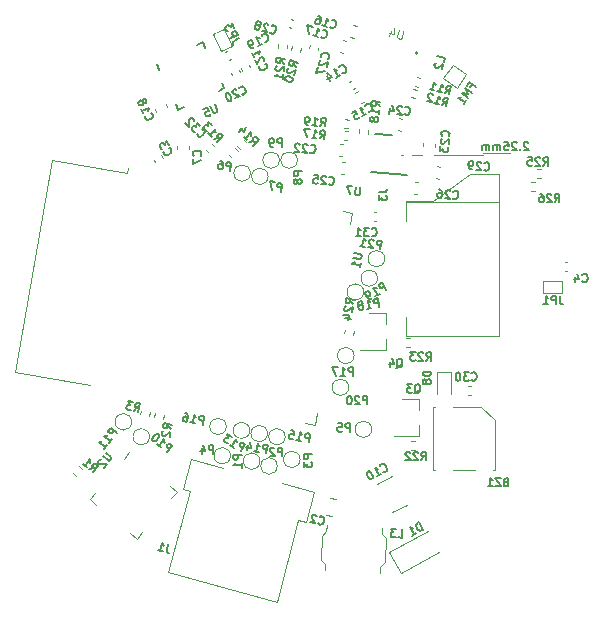
<source format=gbo>
G04 #@! TF.GenerationSoftware,KiCad,Pcbnew,5.1.7-a382d34a8~88~ubuntu18.04.1*
G04 #@! TF.CreationDate,2021-05-20T00:29:44+02:00*
G04 #@! TF.ProjectId,Emersense_V1,456d6572-7365-46e7-9365-5f56312e6b69,rev?*
G04 #@! TF.SameCoordinates,Original*
G04 #@! TF.FileFunction,Legend,Bot*
G04 #@! TF.FilePolarity,Positive*
%FSLAX46Y46*%
G04 Gerber Fmt 4.6, Leading zero omitted, Abs format (unit mm)*
G04 Created by KiCad (PCBNEW 5.1.7-a382d34a8~88~ubuntu18.04.1) date 2021-05-20 00:29:44*
%MOMM*%
%LPD*%
G01*
G04 APERTURE LIST*
%ADD10C,0.120000*%
%ADD11C,0.150000*%
%ADD12C,0.060000*%
%ADD13C,0.020000*%
%ADD14C,0.200000*%
%ADD15C,0.015000*%
%ADD16C,0.800000*%
%ADD17C,1.000000*%
%ADD18R,0.700000X0.600000*%
%ADD19C,0.100000*%
%ADD20R,0.900000X0.800000*%
%ADD21R,3.000000X0.350000*%
%ADD22R,1.400000X2.500000*%
%ADD23R,0.400000X0.800000*%
%ADD24C,0.750000*%
G04 APERTURE END LIST*
D10*
X144830800Y-82651600D02*
X136956800Y-82651600D01*
D11*
X148651666Y-81649133D02*
X148618333Y-81615800D01*
X148551666Y-81582466D01*
X148385000Y-81582466D01*
X148318333Y-81615800D01*
X148285000Y-81649133D01*
X148251666Y-81715800D01*
X148251666Y-81782466D01*
X148285000Y-81882466D01*
X148685000Y-82282466D01*
X148251666Y-82282466D01*
X147951666Y-82215800D02*
X147918333Y-82249133D01*
X147951666Y-82282466D01*
X147985000Y-82249133D01*
X147951666Y-82215800D01*
X147951666Y-82282466D01*
X147651666Y-81649133D02*
X147618333Y-81615800D01*
X147551666Y-81582466D01*
X147385000Y-81582466D01*
X147318333Y-81615800D01*
X147285000Y-81649133D01*
X147251666Y-81715800D01*
X147251666Y-81782466D01*
X147285000Y-81882466D01*
X147685000Y-82282466D01*
X147251666Y-82282466D01*
X146618333Y-81582466D02*
X146951666Y-81582466D01*
X146985000Y-81915800D01*
X146951666Y-81882466D01*
X146885000Y-81849133D01*
X146718333Y-81849133D01*
X146651666Y-81882466D01*
X146618333Y-81915800D01*
X146585000Y-81982466D01*
X146585000Y-82149133D01*
X146618333Y-82215800D01*
X146651666Y-82249133D01*
X146718333Y-82282466D01*
X146885000Y-82282466D01*
X146951666Y-82249133D01*
X146985000Y-82215800D01*
X146285000Y-82282466D02*
X146285000Y-81815800D01*
X146285000Y-81882466D02*
X146251666Y-81849133D01*
X146185000Y-81815800D01*
X146085000Y-81815800D01*
X146018333Y-81849133D01*
X145985000Y-81915800D01*
X145985000Y-82282466D01*
X145985000Y-81915800D02*
X145951666Y-81849133D01*
X145885000Y-81815800D01*
X145785000Y-81815800D01*
X145718333Y-81849133D01*
X145685000Y-81915800D01*
X145685000Y-82282466D01*
X145351666Y-82282466D02*
X145351666Y-81815800D01*
X145351666Y-81882466D02*
X145318333Y-81849133D01*
X145251666Y-81815800D01*
X145151666Y-81815800D01*
X145085000Y-81849133D01*
X145051666Y-81915800D01*
X145051666Y-82282466D01*
X145051666Y-81915800D02*
X145018333Y-81849133D01*
X144951666Y-81815800D01*
X144851666Y-81815800D01*
X144785000Y-81849133D01*
X144751666Y-81915800D01*
X144751666Y-82282466D01*
D10*
X147066000Y-82550000D02*
X144830800Y-82550000D01*
X127395200Y-109016800D02*
G75*
G03*
X127395200Y-109016800I-700000J0D01*
G01*
X125922000Y-108610400D02*
G75*
G03*
X125922000Y-108610400I-700000J0D01*
G01*
X123432800Y-108153200D02*
G75*
G03*
X123432800Y-108153200I-700000J0D01*
G01*
X129325600Y-108458000D02*
G75*
G03*
X129325600Y-108458000I-700000J0D01*
G01*
X133897600Y-99669600D02*
G75*
G03*
X133897600Y-99669600I-700000J0D01*
G01*
X123077200Y-105664000D02*
G75*
G03*
X123077200Y-105664000I-700000J0D01*
G01*
X136488400Y-91463400D02*
G75*
G03*
X136488400Y-91463400I-700000J0D01*
G01*
X133440400Y-102362000D02*
G75*
G03*
X133440400Y-102362000I-700000J0D01*
G01*
X128065616Y-106537935D02*
G75*
G03*
X128065616Y-106537935I-700000J0D01*
G01*
X126564769Y-106273295D02*
G75*
G03*
X126564769Y-106273295I-700000J0D01*
G01*
X125063922Y-106008656D02*
G75*
G03*
X125063922Y-106008656I-700000J0D01*
G01*
X135878800Y-93116400D02*
G75*
G03*
X135878800Y-93116400I-700000J0D01*
G01*
X134710400Y-94284800D02*
G75*
G03*
X134710400Y-94284800I-700000J0D01*
G01*
X115064450Y-105278334D02*
G75*
G03*
X115064450Y-105278334I-700000J0D01*
G01*
X116573941Y-106544947D02*
G75*
G03*
X116573941Y-106544947I-700000J0D01*
G01*
X140878000Y-101085000D02*
X142078000Y-101085000D01*
X140878000Y-102935000D02*
X140878000Y-101085000D01*
X142078000Y-102935000D02*
X142078000Y-101085000D01*
X127573000Y-83121500D02*
G75*
G03*
X127573000Y-83121500I-700000J0D01*
G01*
X129097000Y-83121500D02*
G75*
G03*
X129097000Y-83121500I-700000J0D01*
G01*
X126621115Y-84493156D02*
G75*
G03*
X126621115Y-84493156I-700000J0D01*
G01*
X125116329Y-84227821D02*
G75*
G03*
X125116329Y-84227821I-700000J0D01*
G01*
X135383500Y-105918000D02*
G75*
G03*
X135383500Y-105918000I-700000J0D01*
G01*
X121907807Y-81774690D02*
X122060310Y-81927193D01*
X121398690Y-82283807D02*
X121551193Y-82436310D01*
X118933500Y-82195580D02*
X118933500Y-81914420D01*
X119953500Y-82195580D02*
X119953500Y-81914420D01*
X117063819Y-83274441D02*
X116955983Y-83087663D01*
X117687357Y-82914441D02*
X117579521Y-82727663D01*
X136273738Y-114250747D02*
X136251579Y-114758263D01*
X136251579Y-114758263D02*
X136615597Y-115155520D01*
X136615597Y-115155520D02*
X136526963Y-117185586D01*
X136526963Y-117185586D02*
X136129706Y-117549604D01*
X136129706Y-117549604D02*
X136107548Y-118057121D01*
X131435179Y-117344637D02*
X131071160Y-116947380D01*
X131557051Y-114553296D02*
X131579210Y-114045779D01*
X131159795Y-114917314D02*
X131557051Y-114553296D01*
X131071160Y-116947380D02*
X131159795Y-114917314D01*
X131413020Y-117852153D02*
X131435179Y-117344637D01*
X136884792Y-116299961D02*
X140120597Y-114543063D01*
X137839110Y-118057595D02*
X141074914Y-116300697D01*
X137839110Y-118057595D02*
X136884792Y-116299961D01*
X137118749Y-112947133D02*
X138380525Y-112290294D01*
X135862793Y-110534464D02*
X137124569Y-109877625D01*
X131551939Y-113134650D02*
X132062057Y-113247741D01*
X131870105Y-111699495D02*
X132380223Y-111812586D01*
X132946314Y-87421819D02*
X133714464Y-87557264D01*
X133714464Y-87557264D02*
X133540816Y-88542072D01*
X129778971Y-105384712D02*
X130547121Y-105520158D01*
X130547121Y-105520158D02*
X130720769Y-104535350D01*
X108360588Y-83086692D02*
X105193246Y-101049585D01*
X105193246Y-101049585D02*
X111515711Y-102164407D01*
X108360588Y-83086692D02*
X114683054Y-84201513D01*
X114683054Y-84201513D02*
X114749040Y-83827286D01*
X135550964Y-87524000D02*
X135766636Y-87524000D01*
X135550964Y-88244000D02*
X135766636Y-88244000D01*
X148891559Y-85724000D02*
X149198841Y-85724000D01*
X148891559Y-84964000D02*
X149198841Y-84964000D01*
X149401559Y-84657200D02*
X149708841Y-84657200D01*
X149401559Y-83897200D02*
X149708841Y-83897200D01*
X133050355Y-97792169D02*
X133103714Y-97489555D01*
X133798808Y-97924141D02*
X133852167Y-97621527D01*
X138634441Y-98982800D02*
X138327159Y-98982800D01*
X138634441Y-98222800D02*
X138327159Y-98222800D01*
X136599200Y-96057600D02*
X136599200Y-96987600D01*
X136599200Y-99217600D02*
X136599200Y-98287600D01*
X136599200Y-99217600D02*
X134439200Y-99217600D01*
X136599200Y-96057600D02*
X135139200Y-96057600D01*
D12*
X138264900Y-88290400D02*
X138264900Y-86626700D01*
X138277600Y-98018600D02*
X138277600Y-96380300D01*
X138277600Y-98018600D02*
X146151600Y-98018600D01*
X138264900Y-86626700D02*
X146138900Y-86626700D01*
X146151600Y-98018600D02*
X146151600Y-84315300D01*
X143675100Y-84315300D02*
X146151600Y-84315300D01*
D13*
X140538200Y-86614000D02*
X138264900Y-86614000D01*
D12*
X140538200Y-86614000D02*
X143675100Y-84315300D01*
D10*
X143780336Y-102256000D02*
X143564664Y-102256000D01*
X143780336Y-102976000D02*
X143564664Y-102976000D01*
X138722859Y-107631500D02*
X139030141Y-107631500D01*
X138722859Y-106871500D02*
X139030141Y-106871500D01*
X139396500Y-103322000D02*
X137936500Y-103322000D01*
X139396500Y-106482000D02*
X137236500Y-106482000D01*
X139396500Y-106482000D02*
X139396500Y-105552000D01*
X139396500Y-103322000D02*
X139396500Y-104252000D01*
X144145000Y-109347000D02*
X142240000Y-109347000D01*
X140716000Y-109347000D02*
X140589000Y-109347000D01*
X140589000Y-109347000D02*
X140589000Y-104013000D01*
X140589000Y-104013000D02*
X140716000Y-104013000D01*
X142240000Y-104013000D02*
X144653000Y-104013000D01*
X144653000Y-104013000D02*
X145796000Y-105156000D01*
X145796000Y-105156000D02*
X145796000Y-109347000D01*
X145796000Y-109347000D02*
X145669000Y-109347000D01*
D11*
X138347739Y-84383268D02*
X135359155Y-84121801D01*
X137136703Y-81014902D02*
X135642411Y-80884168D01*
D10*
X140928851Y-83643977D02*
X141208941Y-83668482D01*
X140839953Y-84660096D02*
X141120043Y-84684601D01*
X128217445Y-73362263D02*
X128190663Y-73668376D01*
X127460337Y-73296024D02*
X127433555Y-73602137D01*
X129383019Y-73658067D02*
X129303489Y-73954879D01*
X128648915Y-73461365D02*
X128569385Y-73758177D01*
X128551113Y-71188857D02*
X128759436Y-71244677D01*
X128364764Y-71884323D02*
X128573087Y-71940143D01*
X130119624Y-73613931D02*
X130175444Y-73405608D01*
X130815090Y-73800280D02*
X130870910Y-73591957D01*
X139329894Y-84998106D02*
X139049804Y-84973601D01*
X139240996Y-86014225D02*
X138960906Y-85989720D01*
X133065502Y-80411955D02*
X133371615Y-80438737D01*
X133131741Y-79654847D02*
X133437854Y-79681629D01*
X135036312Y-80887230D02*
X135063094Y-80581117D01*
X134279204Y-80820991D02*
X134305986Y-80514878D01*
X133029137Y-81404882D02*
X133335250Y-81431664D01*
X133095376Y-80647774D02*
X133401489Y-80674556D01*
X133163545Y-83264739D02*
X132883455Y-83240234D01*
X133074647Y-84280858D02*
X132794557Y-84256353D01*
X137966199Y-79603483D02*
X137686109Y-79578978D01*
X137877301Y-80619602D02*
X137597211Y-80595097D01*
X140745697Y-82047777D02*
X140770202Y-81767687D01*
X139729578Y-81958879D02*
X139754083Y-81678789D01*
X132960345Y-81766139D02*
X132680255Y-81741634D01*
X132871447Y-82782258D02*
X132591357Y-82757753D01*
X122874936Y-72005244D02*
X121954127Y-72434624D01*
X123561944Y-73478538D02*
X122874936Y-72005244D01*
X122641135Y-73907918D02*
X123561944Y-73478538D01*
X121954127Y-72434624D02*
X122641135Y-73907918D01*
D11*
X119010694Y-78869414D02*
X118788819Y-78393602D01*
X122907817Y-77052155D02*
X122685942Y-76576344D01*
X121090558Y-73155032D02*
X121312433Y-73630844D01*
X117193435Y-74972291D02*
X117415310Y-75448102D01*
X122907817Y-77052155D02*
X122432005Y-77274030D01*
X121090558Y-73155032D02*
X120614747Y-73376907D01*
X119010694Y-78869414D02*
X119486505Y-78647539D01*
D10*
X124216064Y-82144965D02*
X123998783Y-81927684D01*
X124753465Y-81607564D02*
X124536184Y-81390283D01*
X123494816Y-82884217D02*
X123277535Y-82666936D01*
X124032217Y-82346816D02*
X123814936Y-82129535D01*
X124985217Y-75049189D02*
X125076364Y-75244654D01*
X124332676Y-75353474D02*
X124423823Y-75548939D01*
X123566984Y-75955364D02*
X123475837Y-75759899D01*
X124219525Y-75651079D02*
X124128378Y-75455614D01*
X123470055Y-74556614D02*
X123274590Y-74647761D01*
X123165770Y-73904073D02*
X122970305Y-73995220D01*
X117155759Y-79069672D02*
X117036935Y-78814855D01*
X118080193Y-78638601D02*
X117961369Y-78383784D01*
X143405410Y-75837597D02*
X142258597Y-75034590D01*
X142258597Y-75034590D02*
X141455590Y-76181403D01*
X141455590Y-76181403D02*
X142602403Y-76984410D01*
X142602403Y-76984410D02*
X143405410Y-75837597D01*
D14*
X139300379Y-74054650D02*
G75*
G03*
X139300379Y-74054650I-100000J0D01*
G01*
D10*
X139016364Y-77879848D02*
X138719552Y-77800318D01*
X139213066Y-77145744D02*
X138916254Y-77066214D01*
X139218145Y-76097983D02*
X139514957Y-76177513D01*
X139021443Y-76832087D02*
X139318255Y-76911617D01*
X132959257Y-72967274D02*
X133230837Y-73040044D01*
X132695261Y-73952518D02*
X132966841Y-74025288D01*
X133842041Y-71691680D02*
X134113621Y-71764450D01*
X133578045Y-72676924D02*
X133849625Y-72749694D01*
X133963854Y-77428817D02*
X134207346Y-77288237D01*
X134473854Y-78312163D02*
X134717346Y-78171583D01*
X133457611Y-76500949D02*
X133644389Y-76393113D01*
X133817611Y-77124487D02*
X134004389Y-77016651D01*
X111977969Y-111272318D02*
X111511948Y-111827700D01*
X111511948Y-111827700D02*
X112067331Y-112293721D01*
X118400031Y-111739682D02*
X118866052Y-111184300D01*
X118866052Y-111184300D02*
X118310669Y-110718279D01*
X115976721Y-114627669D02*
X115510700Y-115183052D01*
X115510700Y-115183052D02*
X114955318Y-114717031D01*
X114401279Y-108384331D02*
X114867300Y-107828948D01*
X110600846Y-109056367D02*
X110836238Y-109253884D01*
X110112328Y-109638560D02*
X110347720Y-109836077D01*
X116580506Y-104486479D02*
X116527147Y-104789093D01*
X115832053Y-104354507D02*
X115778694Y-104657121D01*
X117786667Y-104695427D02*
X117733308Y-104998041D01*
X117038214Y-104563455D02*
X116984855Y-104866069D01*
X130491434Y-111216851D02*
X127792637Y-110493711D01*
X130491434Y-111216851D02*
X129801163Y-113792975D01*
X129187800Y-113628625D02*
X129801163Y-113792975D01*
X129187800Y-113628625D02*
X127347079Y-120498290D01*
X127347079Y-120498290D02*
X118146636Y-118033038D01*
X119987357Y-111163374D02*
X118146636Y-118033038D01*
X119373994Y-110999024D02*
X119987357Y-111163374D01*
X120064264Y-108422899D02*
X119373994Y-110999024D01*
X122763061Y-109146040D02*
X120064264Y-108422899D01*
X149885400Y-94335600D02*
X151511000Y-94335600D01*
X151511000Y-94335600D02*
X151511000Y-93319600D01*
X151511000Y-93319600D02*
X149885400Y-93319600D01*
X149885400Y-93319600D02*
X149885400Y-94335600D01*
X151951636Y-92485800D02*
X151735964Y-92485800D01*
X151951636Y-91765800D02*
X151735964Y-91765800D01*
D11*
X127821466Y-108165066D02*
X127821466Y-107465066D01*
X127554800Y-107465066D01*
X127488133Y-107498400D01*
X127454800Y-107531733D01*
X127421466Y-107598400D01*
X127421466Y-107698400D01*
X127454800Y-107765066D01*
X127488133Y-107798400D01*
X127554800Y-107831733D01*
X127821466Y-107831733D01*
X127154800Y-107531733D02*
X127121466Y-107498400D01*
X127054800Y-107465066D01*
X126888133Y-107465066D01*
X126821466Y-107498400D01*
X126788133Y-107531733D01*
X126754800Y-107598400D01*
X126754800Y-107665066D01*
X126788133Y-107765066D01*
X127188133Y-108165066D01*
X126754800Y-108165066D01*
X124370266Y-108093733D02*
X123670266Y-108093733D01*
X123670266Y-108360400D01*
X123703600Y-108427066D01*
X123736933Y-108460400D01*
X123803600Y-108493733D01*
X123903600Y-108493733D01*
X123970266Y-108460400D01*
X124003600Y-108427066D01*
X124036933Y-108360400D01*
X124036933Y-108093733D01*
X124370266Y-109160400D02*
X124370266Y-108760400D01*
X124370266Y-108960400D02*
X123670266Y-108960400D01*
X123770266Y-108893733D01*
X123836933Y-108827066D01*
X123870266Y-108760400D01*
X121979466Y-107961866D02*
X121979466Y-107261866D01*
X121712800Y-107261866D01*
X121646133Y-107295200D01*
X121612800Y-107328533D01*
X121579466Y-107395200D01*
X121579466Y-107495200D01*
X121612800Y-107561866D01*
X121646133Y-107595200D01*
X121712800Y-107628533D01*
X121979466Y-107628533D01*
X120979466Y-107495200D02*
X120979466Y-107961866D01*
X121146133Y-107228533D02*
X121312800Y-107728533D01*
X120879466Y-107728533D01*
X130313866Y-108042933D02*
X129613866Y-108042933D01*
X129613866Y-108309600D01*
X129647200Y-108376266D01*
X129680533Y-108409600D01*
X129747200Y-108442933D01*
X129847200Y-108442933D01*
X129913866Y-108409600D01*
X129947200Y-108376266D01*
X129980533Y-108309600D01*
X129980533Y-108042933D01*
X129613866Y-108676266D02*
X129613866Y-109109600D01*
X129880533Y-108876266D01*
X129880533Y-108976266D01*
X129913866Y-109042933D01*
X129947200Y-109076266D01*
X130013866Y-109109600D01*
X130180533Y-109109600D01*
X130247200Y-109076266D01*
X130280533Y-109042933D01*
X130313866Y-108976266D01*
X130313866Y-108776266D01*
X130280533Y-108709600D01*
X130247200Y-108676266D01*
X133793600Y-101357866D02*
X133793600Y-100657866D01*
X133526933Y-100657866D01*
X133460266Y-100691200D01*
X133426933Y-100724533D01*
X133393600Y-100791200D01*
X133393600Y-100891200D01*
X133426933Y-100957866D01*
X133460266Y-100991200D01*
X133526933Y-101024533D01*
X133793600Y-101024533D01*
X132726933Y-101357866D02*
X133126933Y-101357866D01*
X132926933Y-101357866D02*
X132926933Y-100657866D01*
X132993600Y-100757866D01*
X133060266Y-100824533D01*
X133126933Y-100857866D01*
X132493600Y-100657866D02*
X132026933Y-100657866D01*
X132326933Y-101357866D01*
X121076498Y-105513856D02*
X121198051Y-104824491D01*
X120935436Y-104778185D01*
X120863994Y-104799435D01*
X120825379Y-104826474D01*
X120780975Y-104886339D01*
X120763610Y-104984820D01*
X120784861Y-105056262D01*
X120811899Y-105094877D01*
X120871765Y-105139281D01*
X121134380Y-105185587D01*
X120026036Y-105328632D02*
X120419959Y-105398091D01*
X120222997Y-105363361D02*
X120344551Y-104673996D01*
X120392840Y-104784053D01*
X120446918Y-104861283D01*
X120506783Y-104905687D01*
X119556705Y-104535077D02*
X119688013Y-104558230D01*
X119747878Y-104602634D01*
X119774917Y-104641249D01*
X119823206Y-104751306D01*
X119832880Y-104888402D01*
X119786574Y-105151018D01*
X119742170Y-105210883D01*
X119703555Y-105237922D01*
X119632113Y-105259172D01*
X119500805Y-105236019D01*
X119440940Y-105191616D01*
X119413901Y-105153000D01*
X119392650Y-105081558D01*
X119421592Y-104917424D01*
X119465995Y-104857558D01*
X119504611Y-104830520D01*
X119576053Y-104809269D01*
X119707360Y-104832422D01*
X119767226Y-104876826D01*
X119794265Y-104915441D01*
X119815515Y-104986883D01*
X136113298Y-90680256D02*
X136234851Y-89990891D01*
X135972236Y-89944585D01*
X135900794Y-89965835D01*
X135862179Y-89992874D01*
X135817775Y-90052739D01*
X135800410Y-90151220D01*
X135821661Y-90222662D01*
X135848699Y-90261277D01*
X135908565Y-90305681D01*
X136171180Y-90351987D01*
X135566736Y-89940779D02*
X135539698Y-89902164D01*
X135479832Y-89857761D01*
X135315697Y-89828819D01*
X135244255Y-89850070D01*
X135205640Y-89877108D01*
X135161237Y-89936974D01*
X135149660Y-90002628D01*
X135165122Y-90106897D01*
X135489586Y-90570279D01*
X135062836Y-90495032D01*
X134406297Y-90379266D02*
X134800220Y-90448725D01*
X134603259Y-90413996D02*
X134724813Y-89724630D01*
X134773102Y-89834688D01*
X134827179Y-89911918D01*
X134887045Y-89956321D01*
X135012800Y-103796266D02*
X135012800Y-103096266D01*
X134746133Y-103096266D01*
X134679466Y-103129600D01*
X134646133Y-103162933D01*
X134612800Y-103229600D01*
X134612800Y-103329600D01*
X134646133Y-103396266D01*
X134679466Y-103429600D01*
X134746133Y-103462933D01*
X135012800Y-103462933D01*
X134346133Y-103162933D02*
X134312800Y-103129600D01*
X134246133Y-103096266D01*
X134079466Y-103096266D01*
X134012800Y-103129600D01*
X133979466Y-103162933D01*
X133946133Y-103229600D01*
X133946133Y-103296266D01*
X133979466Y-103396266D01*
X134379466Y-103796266D01*
X133946133Y-103796266D01*
X133512800Y-103096266D02*
X133446133Y-103096266D01*
X133379466Y-103129600D01*
X133346133Y-103162933D01*
X133312800Y-103229600D01*
X133279466Y-103362933D01*
X133279466Y-103529600D01*
X133312800Y-103662933D01*
X133346133Y-103729600D01*
X133379466Y-103762933D01*
X133446133Y-103796266D01*
X133512800Y-103796266D01*
X133579466Y-103762933D01*
X133612800Y-103729600D01*
X133646133Y-103662933D01*
X133679466Y-103529600D01*
X133679466Y-103362933D01*
X133646133Y-103229600D01*
X133612800Y-103162933D01*
X133579466Y-103129600D01*
X133512800Y-103096266D01*
X130068098Y-106987056D02*
X130189651Y-106297691D01*
X129927036Y-106251385D01*
X129855594Y-106272635D01*
X129816979Y-106299674D01*
X129772575Y-106359539D01*
X129755210Y-106458020D01*
X129776461Y-106529462D01*
X129803499Y-106568077D01*
X129863365Y-106612481D01*
X130125980Y-106658787D01*
X129017636Y-106801832D02*
X129411559Y-106871291D01*
X129214597Y-106836561D02*
X129336151Y-106147196D01*
X129384440Y-106257253D01*
X129438518Y-106334483D01*
X129498383Y-106378887D01*
X128515478Y-106002489D02*
X128843747Y-106060372D01*
X128818691Y-106394429D01*
X128791653Y-106355814D01*
X128731787Y-106311410D01*
X128567653Y-106282469D01*
X128496211Y-106303720D01*
X128457595Y-106330758D01*
X128413192Y-106390624D01*
X128384250Y-106554758D01*
X128405501Y-106626200D01*
X128432540Y-106664816D01*
X128492405Y-106709219D01*
X128656540Y-106738161D01*
X128727982Y-106716910D01*
X128766597Y-106689871D01*
X126461298Y-107952256D02*
X126582851Y-107262891D01*
X126320236Y-107216585D01*
X126248794Y-107237835D01*
X126210179Y-107264874D01*
X126165775Y-107324739D01*
X126148410Y-107423220D01*
X126169661Y-107494662D01*
X126196699Y-107533277D01*
X126256565Y-107577681D01*
X126519180Y-107623987D01*
X125410836Y-107767032D02*
X125804759Y-107836491D01*
X125607797Y-107801761D02*
X125729351Y-107112396D01*
X125777640Y-107222453D01*
X125831718Y-107299683D01*
X125891583Y-107344087D01*
X124900987Y-107203266D02*
X124819951Y-107662843D01*
X125111428Y-106969592D02*
X125188738Y-107490937D01*
X124761988Y-107415689D01*
X124326588Y-107785640D02*
X124676588Y-107179422D01*
X124445648Y-107046089D01*
X124371246Y-107041623D01*
X124325712Y-107053824D01*
X124263511Y-107094892D01*
X124213511Y-107181495D01*
X124209045Y-107255896D01*
X124221246Y-107301431D01*
X124262314Y-107363631D01*
X124493254Y-107496965D01*
X123402827Y-107252307D02*
X123749237Y-107452307D01*
X123576032Y-107352307D02*
X123926032Y-106746089D01*
X123933767Y-106866025D01*
X123958169Y-106957093D01*
X123999237Y-107019294D01*
X123550755Y-106529422D02*
X123175477Y-106312755D01*
X123244216Y-106660362D01*
X123157614Y-106610362D01*
X123083212Y-106605896D01*
X123037678Y-106618097D01*
X122975477Y-106659166D01*
X122892144Y-106803503D01*
X122887678Y-106877905D01*
X122899879Y-106923439D01*
X122940947Y-106985640D01*
X123114152Y-107085640D01*
X123188554Y-107090106D01*
X123234088Y-107077905D01*
X136632054Y-94083241D02*
X136282054Y-93477023D01*
X136051114Y-93610356D01*
X136010046Y-93672557D01*
X135997845Y-93718091D01*
X136002311Y-93792493D01*
X136052311Y-93879096D01*
X136114512Y-93920164D01*
X136160046Y-93932365D01*
X136234448Y-93927899D01*
X136465388Y-93794566D01*
X135708294Y-94616574D02*
X136054704Y-94416574D01*
X135881499Y-94516574D02*
X135531499Y-93910356D01*
X135639234Y-93963626D01*
X135730302Y-93988027D01*
X135804704Y-93983562D01*
X135419619Y-94783241D02*
X135304149Y-94849908D01*
X135229747Y-94854373D01*
X135184213Y-94842173D01*
X135076478Y-94788903D01*
X134980944Y-94690100D01*
X134847610Y-94459160D01*
X134843145Y-94384758D01*
X134855345Y-94339224D01*
X134896414Y-94277023D01*
X135011884Y-94210356D01*
X135086286Y-94205891D01*
X135131820Y-94218091D01*
X135194021Y-94259160D01*
X135277354Y-94403497D01*
X135281820Y-94477899D01*
X135269619Y-94523433D01*
X135228551Y-94585634D01*
X135113080Y-94652301D01*
X135038679Y-94656767D01*
X134993145Y-94644566D01*
X134930944Y-94603497D01*
X136020075Y-95515854D02*
X135898521Y-94826489D01*
X135635906Y-94872795D01*
X135576040Y-94917199D01*
X135549001Y-94955814D01*
X135527751Y-95027256D01*
X135545116Y-95125737D01*
X135589519Y-95185602D01*
X135628134Y-95212641D01*
X135699577Y-95233891D01*
X135962192Y-95187585D01*
X134969613Y-95701079D02*
X135363536Y-95631620D01*
X135166575Y-95666349D02*
X135045021Y-94976984D01*
X135128040Y-95063888D01*
X135205270Y-95117966D01*
X135276712Y-95139216D01*
X134506231Y-95376615D02*
X134566096Y-95332212D01*
X134593135Y-95293597D01*
X134614385Y-95222154D01*
X134608597Y-95189328D01*
X134564194Y-95129462D01*
X134525578Y-95102423D01*
X134454136Y-95081173D01*
X134322829Y-95104326D01*
X134262963Y-95148729D01*
X134235924Y-95187345D01*
X134214674Y-95258787D01*
X134220462Y-95291614D01*
X134264866Y-95351479D01*
X134303481Y-95378518D01*
X134374923Y-95399768D01*
X134506231Y-95376615D01*
X134577673Y-95397866D01*
X134616288Y-95424904D01*
X134660691Y-95484770D01*
X134683845Y-95616078D01*
X134662594Y-95687520D01*
X134635556Y-95726135D01*
X134575690Y-95770538D01*
X134444382Y-95793691D01*
X134372940Y-95772441D01*
X134334325Y-95745402D01*
X134289921Y-95685537D01*
X134266768Y-95554229D01*
X134288019Y-95482787D01*
X134315057Y-95444172D01*
X134374923Y-95399768D01*
X113818951Y-106232411D02*
X113282720Y-105782460D01*
X113111310Y-105986738D01*
X113093992Y-106059234D01*
X113098100Y-106106195D01*
X113127744Y-106174583D01*
X113204348Y-106238861D01*
X113276844Y-106256179D01*
X113323805Y-106252070D01*
X113392193Y-106222427D01*
X113563603Y-106018149D01*
X113133311Y-107049525D02*
X113390426Y-106743107D01*
X113261868Y-106896316D02*
X112725637Y-106446365D01*
X112845094Y-106459574D01*
X112939016Y-106451357D01*
X113007403Y-106421714D01*
X112704786Y-107560222D02*
X112961901Y-107253804D01*
X112833343Y-107407013D02*
X112297112Y-106957061D01*
X112416569Y-106970270D01*
X112510491Y-106962053D01*
X112578878Y-106932410D01*
X118049587Y-107849950D02*
X118499538Y-107313719D01*
X118295260Y-107142309D01*
X118222764Y-107124991D01*
X118175803Y-107129099D01*
X118107415Y-107158743D01*
X118043137Y-107235347D01*
X118025819Y-107307843D01*
X118029928Y-107354804D01*
X118059571Y-107423192D01*
X118263849Y-107594602D01*
X117232473Y-107164310D02*
X117538891Y-107421425D01*
X117385682Y-107292867D02*
X117835633Y-106756636D01*
X117822424Y-106876093D01*
X117830641Y-106970015D01*
X117860284Y-107038402D01*
X117350472Y-106349537D02*
X117299402Y-106306685D01*
X117226906Y-106289367D01*
X117179945Y-106293476D01*
X117111558Y-106323119D01*
X117000318Y-106403832D01*
X116893187Y-106531506D01*
X116833016Y-106655072D01*
X116815699Y-106727567D01*
X116819807Y-106774528D01*
X116849451Y-106842916D01*
X116900520Y-106885768D01*
X116973016Y-106903086D01*
X117019977Y-106898977D01*
X117088364Y-106869334D01*
X117199604Y-106788621D01*
X117306736Y-106660947D01*
X117366906Y-106537381D01*
X117384223Y-106464886D01*
X117380115Y-106417925D01*
X117350472Y-106349537D01*
X140397666Y-101019833D02*
X139697666Y-101019833D01*
X139697666Y-101186500D01*
X139731000Y-101286500D01*
X139797666Y-101353166D01*
X139864333Y-101386500D01*
X139997666Y-101419833D01*
X140097666Y-101419833D01*
X140231000Y-101386500D01*
X140297666Y-101353166D01*
X140364333Y-101286500D01*
X140397666Y-101186500D01*
X140397666Y-101019833D01*
X139997666Y-101819833D02*
X139964333Y-101753166D01*
X139931000Y-101719833D01*
X139864333Y-101686500D01*
X139831000Y-101686500D01*
X139764333Y-101719833D01*
X139731000Y-101753166D01*
X139697666Y-101819833D01*
X139697666Y-101953166D01*
X139731000Y-102019833D01*
X139764333Y-102053166D01*
X139831000Y-102086500D01*
X139864333Y-102086500D01*
X139931000Y-102053166D01*
X139964333Y-102019833D01*
X139997666Y-101953166D01*
X139997666Y-101819833D01*
X140031000Y-101753166D01*
X140064333Y-101719833D01*
X140131000Y-101686500D01*
X140264333Y-101686500D01*
X140331000Y-101719833D01*
X140364333Y-101753166D01*
X140397666Y-101819833D01*
X140397666Y-101953166D01*
X140364333Y-102019833D01*
X140331000Y-102053166D01*
X140264333Y-102086500D01*
X140131000Y-102086500D01*
X140064333Y-102053166D01*
X140031000Y-102019833D01*
X139997666Y-101953166D01*
X127770666Y-81977666D02*
X127770666Y-81277666D01*
X127504000Y-81277666D01*
X127437333Y-81311000D01*
X127404000Y-81344333D01*
X127370666Y-81411000D01*
X127370666Y-81511000D01*
X127404000Y-81577666D01*
X127437333Y-81611000D01*
X127504000Y-81644333D01*
X127770666Y-81644333D01*
X127037333Y-81977666D02*
X126904000Y-81977666D01*
X126837333Y-81944333D01*
X126804000Y-81911000D01*
X126737333Y-81811000D01*
X126704000Y-81677666D01*
X126704000Y-81411000D01*
X126737333Y-81344333D01*
X126770666Y-81311000D01*
X126837333Y-81277666D01*
X126970666Y-81277666D01*
X127037333Y-81311000D01*
X127070666Y-81344333D01*
X127104000Y-81411000D01*
X127104000Y-81577666D01*
X127070666Y-81644333D01*
X127037333Y-81677666D01*
X126970666Y-81711000D01*
X126837333Y-81711000D01*
X126770666Y-81677666D01*
X126737333Y-81644333D01*
X126704000Y-81577666D01*
X129475666Y-84065333D02*
X128775666Y-84065333D01*
X128775666Y-84332000D01*
X128809000Y-84398666D01*
X128842333Y-84432000D01*
X128909000Y-84465333D01*
X129009000Y-84465333D01*
X129075666Y-84432000D01*
X129109000Y-84398666D01*
X129142333Y-84332000D01*
X129142333Y-84065333D01*
X129075666Y-84865333D02*
X129042333Y-84798666D01*
X129009000Y-84765333D01*
X128942333Y-84732000D01*
X128909000Y-84732000D01*
X128842333Y-84765333D01*
X128809000Y-84798666D01*
X128775666Y-84865333D01*
X128775666Y-84998666D01*
X128809000Y-85065333D01*
X128842333Y-85098666D01*
X128909000Y-85132000D01*
X128942333Y-85132000D01*
X129009000Y-85098666D01*
X129042333Y-85065333D01*
X129075666Y-84998666D01*
X129075666Y-84865333D01*
X129109000Y-84798666D01*
X129142333Y-84765333D01*
X129209000Y-84732000D01*
X129342333Y-84732000D01*
X129409000Y-84765333D01*
X129442333Y-84798666D01*
X129475666Y-84865333D01*
X129475666Y-84998666D01*
X129442333Y-85065333D01*
X129409000Y-85098666D01*
X129342333Y-85132000D01*
X129209000Y-85132000D01*
X129142333Y-85098666D01*
X129109000Y-85065333D01*
X129075666Y-84998666D01*
X127707828Y-85809074D02*
X127829382Y-85119708D01*
X127566767Y-85073402D01*
X127495324Y-85094652D01*
X127456709Y-85121691D01*
X127412306Y-85181557D01*
X127394941Y-85280037D01*
X127416191Y-85351479D01*
X127443230Y-85390095D01*
X127503096Y-85434498D01*
X127765711Y-85480804D01*
X127205670Y-85009731D02*
X126746093Y-84928695D01*
X126919982Y-85670155D01*
X123389828Y-84031074D02*
X123511382Y-83341708D01*
X123248767Y-83295402D01*
X123177324Y-83316652D01*
X123138709Y-83343691D01*
X123094306Y-83403557D01*
X123076941Y-83502037D01*
X123098191Y-83573479D01*
X123125230Y-83612095D01*
X123185096Y-83656498D01*
X123447711Y-83702804D01*
X122526574Y-83168060D02*
X122657882Y-83191213D01*
X122717747Y-83235616D01*
X122744786Y-83274232D01*
X122793075Y-83384289D01*
X122802749Y-83521385D01*
X122756443Y-83784000D01*
X122712039Y-83843866D01*
X122673424Y-83870905D01*
X122601982Y-83892155D01*
X122470674Y-83869002D01*
X122410809Y-83824598D01*
X122383770Y-83785983D01*
X122362520Y-83714541D01*
X122391461Y-83550406D01*
X122435865Y-83490541D01*
X122474480Y-83463502D01*
X122545922Y-83442252D01*
X122677230Y-83465405D01*
X122737095Y-83509808D01*
X122764134Y-83548424D01*
X122785384Y-83619866D01*
X133549166Y-106107666D02*
X133549166Y-105407666D01*
X133282500Y-105407666D01*
X133215833Y-105441000D01*
X133182500Y-105474333D01*
X133149166Y-105541000D01*
X133149166Y-105641000D01*
X133182500Y-105707666D01*
X133215833Y-105741000D01*
X133282500Y-105774333D01*
X133549166Y-105774333D01*
X132515833Y-105407666D02*
X132849166Y-105407666D01*
X132882500Y-105741000D01*
X132849166Y-105707666D01*
X132782500Y-105674333D01*
X132615833Y-105674333D01*
X132549166Y-105707666D01*
X132515833Y-105741000D01*
X132482500Y-105807666D01*
X132482500Y-105974333D01*
X132515833Y-106041000D01*
X132549166Y-106074333D01*
X132615833Y-106107666D01*
X132782500Y-106107666D01*
X132849166Y-106074333D01*
X132882500Y-106041000D01*
X120600921Y-80885974D02*
X120600921Y-80933115D01*
X120648061Y-81027396D01*
X120695202Y-81074536D01*
X120789483Y-81121677D01*
X120883764Y-81121677D01*
X120954474Y-81098106D01*
X121072325Y-81027396D01*
X121143036Y-80956685D01*
X121213747Y-80838834D01*
X121237317Y-80768123D01*
X121237317Y-80673842D01*
X121190177Y-80579561D01*
X121143036Y-80532421D01*
X121048755Y-80485280D01*
X121001615Y-80485280D01*
X120883764Y-80273148D02*
X120577351Y-79966735D01*
X120553780Y-80320289D01*
X120483070Y-80249578D01*
X120412359Y-80226008D01*
X120365219Y-80226008D01*
X120294508Y-80249578D01*
X120176657Y-80367429D01*
X120153087Y-80438140D01*
X120153087Y-80485280D01*
X120176657Y-80555991D01*
X120318078Y-80697412D01*
X120388789Y-80720983D01*
X120435929Y-80720983D01*
X120341648Y-79825314D02*
X120341648Y-79778174D01*
X120318078Y-79707463D01*
X120200227Y-79589612D01*
X120129516Y-79566042D01*
X120082376Y-79566042D01*
X120011665Y-79589612D01*
X119964525Y-79636752D01*
X119917384Y-79731033D01*
X119917384Y-80296719D01*
X119610971Y-79990306D01*
X120900000Y-82750833D02*
X120933333Y-82717500D01*
X120966666Y-82617500D01*
X120966666Y-82550833D01*
X120933333Y-82450833D01*
X120866666Y-82384166D01*
X120800000Y-82350833D01*
X120666666Y-82317500D01*
X120566666Y-82317500D01*
X120433333Y-82350833D01*
X120366666Y-82384166D01*
X120300000Y-82450833D01*
X120266666Y-82550833D01*
X120266666Y-82617500D01*
X120300000Y-82717500D01*
X120333333Y-82750833D01*
X120266666Y-82984166D02*
X120266666Y-83450833D01*
X120966666Y-83150833D01*
X117761326Y-82395036D02*
X117749126Y-82440570D01*
X117770258Y-82543839D01*
X117803591Y-82601574D01*
X117882459Y-82671510D01*
X117973527Y-82695912D01*
X118047929Y-82691446D01*
X118180066Y-82653647D01*
X118266668Y-82603647D01*
X118365472Y-82508113D01*
X118406540Y-82445912D01*
X118430942Y-82354843D01*
X118409809Y-82251574D01*
X118376476Y-82193839D01*
X118297608Y-82123903D01*
X118252074Y-82111702D01*
X118193143Y-81876297D02*
X117976476Y-81501019D01*
X117862202Y-81836425D01*
X117812202Y-81749822D01*
X117750002Y-81708754D01*
X117704467Y-81696553D01*
X117630066Y-81701019D01*
X117485728Y-81784352D01*
X117444660Y-81846553D01*
X117432459Y-81892087D01*
X117436925Y-81966489D01*
X117536925Y-82139694D01*
X117599126Y-82180762D01*
X117644660Y-82192963D01*
X137580242Y-115065954D02*
X137913258Y-115080493D01*
X137943792Y-114381160D01*
X137444268Y-114359350D02*
X137011347Y-114340448D01*
X137232826Y-114617039D01*
X137132922Y-114612677D01*
X137064864Y-114643071D01*
X137030109Y-114674918D01*
X136993899Y-114740068D01*
X136986629Y-114906576D01*
X137017023Y-114974633D01*
X137048871Y-115009388D01*
X137114020Y-115045598D01*
X137313829Y-115054322D01*
X137381887Y-115023928D01*
X137416642Y-114992081D01*
X139733655Y-114395261D02*
X139399644Y-113780089D01*
X139253175Y-113859615D01*
X139181198Y-113936625D01*
X139154421Y-114027023D01*
X139156938Y-114101516D01*
X139191265Y-114234597D01*
X139238981Y-114322479D01*
X139331896Y-114423749D01*
X139393000Y-114466432D01*
X139483399Y-114493209D01*
X139587186Y-114474787D01*
X139733655Y-114395261D01*
X138796250Y-114904230D02*
X139147777Y-114713366D01*
X138972014Y-114808798D02*
X138638003Y-114193626D01*
X138744306Y-114249697D01*
X138834705Y-114276475D01*
X138909198Y-114273958D01*
X136362896Y-109508661D02*
X136407854Y-109522837D01*
X136511947Y-109506229D01*
X136571081Y-109475446D01*
X136644390Y-109399704D01*
X136672741Y-109309786D01*
X136671525Y-109235261D01*
X136639526Y-109101601D01*
X136593351Y-109012900D01*
X136502217Y-108910023D01*
X136441867Y-108866281D01*
X136351950Y-108837930D01*
X136247857Y-108854538D01*
X136188723Y-108885321D01*
X136115413Y-108961063D01*
X136101238Y-109006022D01*
X135802338Y-109875628D02*
X136157143Y-109690928D01*
X135979740Y-109783278D02*
X135656516Y-109162370D01*
X135761825Y-109220288D01*
X135851743Y-109248639D01*
X135926268Y-109247423D01*
X135094743Y-109454811D02*
X135035609Y-109485595D01*
X134991866Y-109545945D01*
X134977691Y-109590903D01*
X134978907Y-109665429D01*
X135010907Y-109799089D01*
X135087865Y-109946924D01*
X135178998Y-110049800D01*
X135239348Y-110093543D01*
X135284307Y-110107718D01*
X135358833Y-110106502D01*
X135417967Y-110075719D01*
X135461709Y-110015369D01*
X135475885Y-109970410D01*
X135474668Y-109895884D01*
X135442669Y-109762225D01*
X135365711Y-109614389D01*
X135274577Y-109511513D01*
X135214227Y-109467770D01*
X135169268Y-109453595D01*
X135094743Y-109454811D01*
X130869791Y-113870825D02*
X130895119Y-113910583D01*
X130985534Y-113964770D01*
X131050621Y-113979199D01*
X131155465Y-113968300D01*
X131234981Y-113917643D01*
X131281953Y-113859771D01*
X131343355Y-113736813D01*
X131364999Y-113639183D01*
X131361314Y-113501796D01*
X131343200Y-113429495D01*
X131292543Y-113349979D01*
X131202128Y-113295792D01*
X131137042Y-113281363D01*
X131032198Y-113292262D01*
X130992440Y-113317590D01*
X130732094Y-113259873D02*
X130706766Y-113220115D01*
X130648894Y-113173143D01*
X130486178Y-113137070D01*
X130413877Y-113155183D01*
X130374119Y-113180512D01*
X130327147Y-113238384D01*
X130312717Y-113303470D01*
X130323617Y-113408314D01*
X130627559Y-113885409D01*
X130204497Y-113791618D01*
X133877902Y-91000604D02*
X134435960Y-91099004D01*
X134495826Y-91143408D01*
X134522864Y-91182023D01*
X134544115Y-91253465D01*
X134520961Y-91384773D01*
X134476558Y-91444638D01*
X134437943Y-91471677D01*
X134366501Y-91492927D01*
X133808443Y-91394527D01*
X134376255Y-92205446D02*
X134445714Y-91811523D01*
X134410984Y-92008484D02*
X133721619Y-91886931D01*
X133831676Y-91838642D01*
X133908907Y-91784564D01*
X133953310Y-91724699D01*
X135374800Y-89505600D02*
X135408133Y-89538933D01*
X135508133Y-89572266D01*
X135574800Y-89572266D01*
X135674800Y-89538933D01*
X135741466Y-89472266D01*
X135774800Y-89405600D01*
X135808133Y-89272266D01*
X135808133Y-89172266D01*
X135774800Y-89038933D01*
X135741466Y-88972266D01*
X135674800Y-88905600D01*
X135574800Y-88872266D01*
X135508133Y-88872266D01*
X135408133Y-88905600D01*
X135374800Y-88938933D01*
X135141466Y-88872266D02*
X134708133Y-88872266D01*
X134941466Y-89138933D01*
X134841466Y-89138933D01*
X134774800Y-89172266D01*
X134741466Y-89205600D01*
X134708133Y-89272266D01*
X134708133Y-89438933D01*
X134741466Y-89505600D01*
X134774800Y-89538933D01*
X134841466Y-89572266D01*
X135041466Y-89572266D01*
X135108133Y-89538933D01*
X135141466Y-89505600D01*
X134041466Y-89572266D02*
X134441466Y-89572266D01*
X134241466Y-89572266D02*
X134241466Y-88872266D01*
X134308133Y-88972266D01*
X134374800Y-89038933D01*
X134441466Y-89072266D01*
X150868800Y-86676666D02*
X151102133Y-86343333D01*
X151268800Y-86676666D02*
X151268800Y-85976666D01*
X151002133Y-85976666D01*
X150935466Y-86010000D01*
X150902133Y-86043333D01*
X150868800Y-86110000D01*
X150868800Y-86210000D01*
X150902133Y-86276666D01*
X150935466Y-86310000D01*
X151002133Y-86343333D01*
X151268800Y-86343333D01*
X150602133Y-86043333D02*
X150568800Y-86010000D01*
X150502133Y-85976666D01*
X150335466Y-85976666D01*
X150268800Y-86010000D01*
X150235466Y-86043333D01*
X150202133Y-86110000D01*
X150202133Y-86176666D01*
X150235466Y-86276666D01*
X150635466Y-86676666D01*
X150202133Y-86676666D01*
X149602133Y-85976666D02*
X149735466Y-85976666D01*
X149802133Y-86010000D01*
X149835466Y-86043333D01*
X149902133Y-86143333D01*
X149935466Y-86276666D01*
X149935466Y-86543333D01*
X149902133Y-86610000D01*
X149868800Y-86643333D01*
X149802133Y-86676666D01*
X149668800Y-86676666D01*
X149602133Y-86643333D01*
X149568800Y-86610000D01*
X149535466Y-86543333D01*
X149535466Y-86376666D01*
X149568800Y-86310000D01*
X149602133Y-86276666D01*
X149668800Y-86243333D01*
X149802133Y-86243333D01*
X149868800Y-86276666D01*
X149902133Y-86310000D01*
X149935466Y-86376666D01*
X149903600Y-83577866D02*
X150136933Y-83244533D01*
X150303600Y-83577866D02*
X150303600Y-82877866D01*
X150036933Y-82877866D01*
X149970266Y-82911200D01*
X149936933Y-82944533D01*
X149903600Y-83011200D01*
X149903600Y-83111200D01*
X149936933Y-83177866D01*
X149970266Y-83211200D01*
X150036933Y-83244533D01*
X150303600Y-83244533D01*
X149636933Y-82944533D02*
X149603600Y-82911200D01*
X149536933Y-82877866D01*
X149370266Y-82877866D01*
X149303600Y-82911200D01*
X149270266Y-82944533D01*
X149236933Y-83011200D01*
X149236933Y-83077866D01*
X149270266Y-83177866D01*
X149670266Y-83577866D01*
X149236933Y-83577866D01*
X148603600Y-82877866D02*
X148936933Y-82877866D01*
X148970266Y-83211200D01*
X148936933Y-83177866D01*
X148870266Y-83144533D01*
X148703600Y-83144533D01*
X148636933Y-83177866D01*
X148603600Y-83211200D01*
X148570266Y-83277866D01*
X148570266Y-83444533D01*
X148603600Y-83511200D01*
X148636933Y-83544533D01*
X148703600Y-83577866D01*
X148870266Y-83577866D01*
X148936933Y-83544533D01*
X148970266Y-83511200D01*
X133841597Y-95319025D02*
X133553846Y-95031353D01*
X133911056Y-94925101D02*
X133221691Y-94803548D01*
X133175385Y-95066163D01*
X133196635Y-95137605D01*
X133223674Y-95176220D01*
X133283539Y-95220624D01*
X133382020Y-95237989D01*
X133453462Y-95216738D01*
X133492077Y-95189700D01*
X133536481Y-95129834D01*
X133582787Y-94867219D01*
X133171579Y-95471663D02*
X133132964Y-95498701D01*
X133088561Y-95558567D01*
X133059619Y-95722702D01*
X133080870Y-95794144D01*
X133107908Y-95832759D01*
X133167774Y-95877162D01*
X133233428Y-95888739D01*
X133337697Y-95873277D01*
X133801079Y-95548813D01*
X133725832Y-95975563D01*
X133162066Y-96485412D02*
X133621643Y-96566448D01*
X132928392Y-96274971D02*
X133449737Y-96197661D01*
X133374489Y-96624411D01*
X139997600Y-100087866D02*
X140230933Y-99754533D01*
X140397600Y-100087866D02*
X140397600Y-99387866D01*
X140130933Y-99387866D01*
X140064266Y-99421200D01*
X140030933Y-99454533D01*
X139997600Y-99521200D01*
X139997600Y-99621200D01*
X140030933Y-99687866D01*
X140064266Y-99721200D01*
X140130933Y-99754533D01*
X140397600Y-99754533D01*
X139730933Y-99454533D02*
X139697600Y-99421200D01*
X139630933Y-99387866D01*
X139464266Y-99387866D01*
X139397600Y-99421200D01*
X139364266Y-99454533D01*
X139330933Y-99521200D01*
X139330933Y-99587866D01*
X139364266Y-99687866D01*
X139764266Y-100087866D01*
X139330933Y-100087866D01*
X139097600Y-99387866D02*
X138664266Y-99387866D01*
X138897600Y-99654533D01*
X138797600Y-99654533D01*
X138730933Y-99687866D01*
X138697600Y-99721200D01*
X138664266Y-99787866D01*
X138664266Y-99954533D01*
X138697600Y-100021200D01*
X138730933Y-100054533D01*
X138797600Y-100087866D01*
X138997600Y-100087866D01*
X139064266Y-100054533D01*
X139097600Y-100021200D01*
X137480666Y-100713333D02*
X137547333Y-100680000D01*
X137614000Y-100613333D01*
X137714000Y-100513333D01*
X137780666Y-100480000D01*
X137847333Y-100480000D01*
X137814000Y-100646666D02*
X137880666Y-100613333D01*
X137947333Y-100546666D01*
X137980666Y-100413333D01*
X137980666Y-100180000D01*
X137947333Y-100046666D01*
X137880666Y-99980000D01*
X137814000Y-99946666D01*
X137680666Y-99946666D01*
X137614000Y-99980000D01*
X137547333Y-100046666D01*
X137514000Y-100180000D01*
X137514000Y-100413333D01*
X137547333Y-100546666D01*
X137614000Y-100613333D01*
X137680666Y-100646666D01*
X137814000Y-100646666D01*
X136914000Y-100180000D02*
X136914000Y-100646666D01*
X137080666Y-99913333D02*
X137247333Y-100413333D01*
X136814000Y-100413333D01*
X135963866Y-85821866D02*
X136463866Y-85821866D01*
X136563866Y-85788533D01*
X136630533Y-85721866D01*
X136663866Y-85621866D01*
X136663866Y-85555200D01*
X135963866Y-86088533D02*
X135963866Y-86521866D01*
X136230533Y-86288533D01*
X136230533Y-86388533D01*
X136263866Y-86455200D01*
X136297200Y-86488533D01*
X136363866Y-86521866D01*
X136530533Y-86521866D01*
X136597200Y-86488533D01*
X136630533Y-86455200D01*
X136663866Y-86388533D01*
X136663866Y-86188533D01*
X136630533Y-86121866D01*
X136597200Y-86088533D01*
X143833000Y-101723000D02*
X143866333Y-101756333D01*
X143966333Y-101789666D01*
X144033000Y-101789666D01*
X144133000Y-101756333D01*
X144199666Y-101689666D01*
X144233000Y-101623000D01*
X144266333Y-101489666D01*
X144266333Y-101389666D01*
X144233000Y-101256333D01*
X144199666Y-101189666D01*
X144133000Y-101123000D01*
X144033000Y-101089666D01*
X143966333Y-101089666D01*
X143866333Y-101123000D01*
X143833000Y-101156333D01*
X143599666Y-101089666D02*
X143166333Y-101089666D01*
X143399666Y-101356333D01*
X143299666Y-101356333D01*
X143233000Y-101389666D01*
X143199666Y-101423000D01*
X143166333Y-101489666D01*
X143166333Y-101656333D01*
X143199666Y-101723000D01*
X143233000Y-101756333D01*
X143299666Y-101789666D01*
X143499666Y-101789666D01*
X143566333Y-101756333D01*
X143599666Y-101723000D01*
X142733000Y-101089666D02*
X142666333Y-101089666D01*
X142599666Y-101123000D01*
X142566333Y-101156333D01*
X142533000Y-101223000D01*
X142499666Y-101356333D01*
X142499666Y-101523000D01*
X142533000Y-101656333D01*
X142566333Y-101723000D01*
X142599666Y-101756333D01*
X142666333Y-101789666D01*
X142733000Y-101789666D01*
X142799666Y-101756333D01*
X142833000Y-101723000D01*
X142866333Y-101656333D01*
X142899666Y-101523000D01*
X142899666Y-101356333D01*
X142866333Y-101223000D01*
X142833000Y-101156333D01*
X142799666Y-101123000D01*
X142733000Y-101089666D01*
X139578500Y-108520666D02*
X139811833Y-108187333D01*
X139978500Y-108520666D02*
X139978500Y-107820666D01*
X139711833Y-107820666D01*
X139645166Y-107854000D01*
X139611833Y-107887333D01*
X139578500Y-107954000D01*
X139578500Y-108054000D01*
X139611833Y-108120666D01*
X139645166Y-108154000D01*
X139711833Y-108187333D01*
X139978500Y-108187333D01*
X139311833Y-107887333D02*
X139278500Y-107854000D01*
X139211833Y-107820666D01*
X139045166Y-107820666D01*
X138978500Y-107854000D01*
X138945166Y-107887333D01*
X138911833Y-107954000D01*
X138911833Y-108020666D01*
X138945166Y-108120666D01*
X139345166Y-108520666D01*
X138911833Y-108520666D01*
X138645166Y-107887333D02*
X138611833Y-107854000D01*
X138545166Y-107820666D01*
X138378500Y-107820666D01*
X138311833Y-107854000D01*
X138278500Y-107887333D01*
X138245166Y-107954000D01*
X138245166Y-108020666D01*
X138278500Y-108120666D01*
X138678500Y-108520666D01*
X138245166Y-108520666D01*
X139004666Y-102872333D02*
X139071333Y-102839000D01*
X139138000Y-102772333D01*
X139238000Y-102672333D01*
X139304666Y-102639000D01*
X139371333Y-102639000D01*
X139338000Y-102805666D02*
X139404666Y-102772333D01*
X139471333Y-102705666D01*
X139504666Y-102572333D01*
X139504666Y-102339000D01*
X139471333Y-102205666D01*
X139404666Y-102139000D01*
X139338000Y-102105666D01*
X139204666Y-102105666D01*
X139138000Y-102139000D01*
X139071333Y-102205666D01*
X139038000Y-102339000D01*
X139038000Y-102572333D01*
X139071333Y-102705666D01*
X139138000Y-102772333D01*
X139204666Y-102805666D01*
X139338000Y-102805666D01*
X138804666Y-102105666D02*
X138371333Y-102105666D01*
X138604666Y-102372333D01*
X138504666Y-102372333D01*
X138438000Y-102405666D01*
X138404666Y-102439000D01*
X138371333Y-102505666D01*
X138371333Y-102672333D01*
X138404666Y-102739000D01*
X138438000Y-102772333D01*
X138504666Y-102805666D01*
X138704666Y-102805666D01*
X138771333Y-102772333D01*
X138804666Y-102739000D01*
X146730166Y-110376500D02*
X146630166Y-110409833D01*
X146596833Y-110443166D01*
X146563500Y-110509833D01*
X146563500Y-110609833D01*
X146596833Y-110676500D01*
X146630166Y-110709833D01*
X146696833Y-110743166D01*
X146963500Y-110743166D01*
X146963500Y-110043166D01*
X146730166Y-110043166D01*
X146663500Y-110076500D01*
X146630166Y-110109833D01*
X146596833Y-110176500D01*
X146596833Y-110243166D01*
X146630166Y-110309833D01*
X146663500Y-110343166D01*
X146730166Y-110376500D01*
X146963500Y-110376500D01*
X146330166Y-110043166D02*
X145863500Y-110043166D01*
X146330166Y-110743166D01*
X145863500Y-110743166D01*
X145230166Y-110743166D02*
X145630166Y-110743166D01*
X145430166Y-110743166D02*
X145430166Y-110043166D01*
X145496833Y-110143166D01*
X145563500Y-110209833D01*
X145630166Y-110243166D01*
X134422712Y-85389608D02*
X134373324Y-85954118D01*
X134334307Y-86017626D01*
X134298195Y-86047927D01*
X134228877Y-86075323D01*
X134096051Y-86063703D01*
X134032543Y-86024686D01*
X134002242Y-85988574D01*
X133974846Y-85919256D01*
X134024234Y-85354746D01*
X133758582Y-85331504D02*
X133293691Y-85290831D01*
X133531541Y-86014314D01*
X144888998Y-83917768D02*
X144919299Y-83953880D01*
X145016014Y-83995802D01*
X145082427Y-84001612D01*
X145184951Y-83977121D01*
X145257175Y-83916519D01*
X145296192Y-83853011D01*
X145341019Y-83723090D01*
X145349734Y-83623471D01*
X145328149Y-83487740D01*
X145300753Y-83418422D01*
X145240150Y-83346198D01*
X145143436Y-83304276D01*
X145077023Y-83298466D01*
X144974498Y-83322957D01*
X144938386Y-83353258D01*
X144672735Y-83330016D02*
X144642433Y-83293905D01*
X144578925Y-83254888D01*
X144412893Y-83240362D01*
X144343575Y-83267758D01*
X144307463Y-83298059D01*
X144268446Y-83361567D01*
X144262636Y-83427980D01*
X144287127Y-83530505D01*
X144650742Y-83963845D01*
X144219058Y-83926077D01*
X143886993Y-83897025D02*
X143754167Y-83885405D01*
X143690659Y-83846388D01*
X143660358Y-83810276D01*
X143602661Y-83704846D01*
X143581075Y-83569115D01*
X143604316Y-83303463D01*
X143643333Y-83239955D01*
X143679445Y-83209654D01*
X143748763Y-83182258D01*
X143881589Y-83193879D01*
X143945097Y-83232896D01*
X143975398Y-83269007D01*
X144002794Y-83338326D01*
X143988268Y-83504358D01*
X143949252Y-83567866D01*
X143913140Y-83598167D01*
X143843822Y-83625563D01*
X143710996Y-83613942D01*
X143647488Y-83574926D01*
X143617187Y-83538814D01*
X143589790Y-83469496D01*
X127982754Y-74940439D02*
X127671026Y-74678942D01*
X128017617Y-74541961D02*
X127320280Y-74480952D01*
X127297039Y-74746604D01*
X127324435Y-74815922D01*
X127354736Y-74852034D01*
X127418244Y-74891051D01*
X127517863Y-74899767D01*
X127587182Y-74872370D01*
X127623293Y-74842069D01*
X127662310Y-74778561D01*
X127685552Y-74512909D01*
X127328589Y-75150892D02*
X127292478Y-75181194D01*
X127253461Y-75244702D01*
X127238935Y-75410734D01*
X127266331Y-75480052D01*
X127296632Y-75516164D01*
X127360140Y-75555181D01*
X127426553Y-75560991D01*
X127529078Y-75536500D01*
X127962418Y-75172885D01*
X127924650Y-75604569D01*
X127866547Y-76268699D02*
X127901409Y-75870221D01*
X127883978Y-76069460D02*
X127186641Y-76008451D01*
X127292071Y-75950753D01*
X127364295Y-75890151D01*
X127403312Y-75826643D01*
X129009845Y-75250392D02*
X128748260Y-74938737D01*
X129113372Y-74864022D02*
X128437224Y-74682849D01*
X128368206Y-74940429D01*
X128383149Y-75013451D01*
X128406719Y-75054276D01*
X128462487Y-75103728D01*
X128559079Y-75129610D01*
X128632102Y-75114667D01*
X128672926Y-75091097D01*
X128722379Y-75035329D01*
X128791397Y-74777749D01*
X128329073Y-75344054D02*
X128288248Y-75367624D01*
X128238796Y-75423392D01*
X128195660Y-75584379D01*
X128210603Y-75657402D01*
X128234173Y-75698227D01*
X128289941Y-75747679D01*
X128354336Y-75764933D01*
X128459556Y-75758618D01*
X128949453Y-75475775D01*
X128837299Y-75894343D01*
X128048996Y-76131737D02*
X128031741Y-76196132D01*
X128046684Y-76269155D01*
X128070254Y-76309980D01*
X128126022Y-76359432D01*
X128246185Y-76426138D01*
X128407172Y-76469275D01*
X128544590Y-76471587D01*
X128617612Y-76456644D01*
X128658437Y-76433073D01*
X128707889Y-76377306D01*
X128725144Y-76312911D01*
X128710201Y-76239888D01*
X128686630Y-76199063D01*
X128630863Y-76149611D01*
X128510700Y-76082905D01*
X128349712Y-76039768D01*
X128212295Y-76037456D01*
X128139273Y-76052399D01*
X128098448Y-76075970D01*
X128048996Y-76131737D01*
X126760361Y-72290750D02*
X126783932Y-72331574D01*
X126871897Y-72389654D01*
X126936292Y-72406908D01*
X127041512Y-72400593D01*
X127123161Y-72353452D01*
X127172614Y-72297685D01*
X127239320Y-72177522D01*
X127265202Y-72080929D01*
X127267514Y-71943512D01*
X127252571Y-71870489D01*
X127205431Y-71788840D01*
X127117465Y-71730760D01*
X127053070Y-71713506D01*
X126947850Y-71719821D01*
X126907025Y-71743392D01*
X126649445Y-71674373D02*
X126625875Y-71633548D01*
X126570107Y-71584096D01*
X126409120Y-71540960D01*
X126336097Y-71555903D01*
X126295272Y-71579473D01*
X126245820Y-71635241D01*
X126228566Y-71699636D01*
X126234881Y-71804856D01*
X126517724Y-72294753D01*
X126099156Y-72182599D01*
X125816313Y-71692701D02*
X125889336Y-71677758D01*
X125930161Y-71654187D01*
X125979613Y-71598420D01*
X125988240Y-71566222D01*
X125973297Y-71493200D01*
X125949727Y-71452375D01*
X125893959Y-71402923D01*
X125765169Y-71368414D01*
X125692147Y-71383357D01*
X125651322Y-71406927D01*
X125601870Y-71462695D01*
X125593242Y-71494892D01*
X125608185Y-71567914D01*
X125631756Y-71608739D01*
X125687523Y-71658191D01*
X125816313Y-71692701D01*
X125872081Y-71742153D01*
X125895651Y-71782978D01*
X125910594Y-71856000D01*
X125876085Y-71984790D01*
X125826633Y-72040558D01*
X125785808Y-72064128D01*
X125712786Y-72079071D01*
X125583996Y-72044562D01*
X125528228Y-71995110D01*
X125504658Y-71954285D01*
X125489715Y-71881262D01*
X125524224Y-71752472D01*
X125573676Y-71696705D01*
X125614501Y-71673134D01*
X125687523Y-71658191D01*
X131675950Y-74560038D02*
X131716774Y-74536467D01*
X131774854Y-74448502D01*
X131792108Y-74384107D01*
X131785793Y-74278887D01*
X131738652Y-74197238D01*
X131682885Y-74147785D01*
X131562722Y-74081079D01*
X131466129Y-74055197D01*
X131328712Y-74052885D01*
X131255689Y-74067828D01*
X131174040Y-74114968D01*
X131115960Y-74202934D01*
X131098706Y-74267329D01*
X131105021Y-74372549D01*
X131128592Y-74413374D01*
X131059573Y-74670954D02*
X131018748Y-74694524D01*
X130969296Y-74750292D01*
X130926160Y-74911279D01*
X130941103Y-74984302D01*
X130964673Y-75025127D01*
X131020441Y-75074579D01*
X131084836Y-75091833D01*
X131190056Y-75085518D01*
X131679953Y-74802675D01*
X131567799Y-75221243D01*
X130831259Y-75265452D02*
X130710477Y-75716218D01*
X131464271Y-75607613D01*
X142260098Y-86343468D02*
X142290399Y-86379580D01*
X142387114Y-86421502D01*
X142453527Y-86427312D01*
X142556051Y-86402821D01*
X142628275Y-86342219D01*
X142667292Y-86278711D01*
X142712119Y-86148790D01*
X142720834Y-86049171D01*
X142699249Y-85913440D01*
X142671853Y-85844122D01*
X142611250Y-85771898D01*
X142514536Y-85729976D01*
X142448123Y-85724166D01*
X142345598Y-85748657D01*
X142309486Y-85778958D01*
X142043835Y-85755716D02*
X142013533Y-85719605D01*
X141950025Y-85680588D01*
X141783993Y-85666062D01*
X141714675Y-85693458D01*
X141678563Y-85723759D01*
X141639546Y-85787267D01*
X141633736Y-85853680D01*
X141658227Y-85956205D01*
X142021842Y-86389545D01*
X141590158Y-86351777D01*
X141053450Y-85602148D02*
X141186276Y-85613768D01*
X141249784Y-85652785D01*
X141280085Y-85688897D01*
X141337783Y-85794327D01*
X141359368Y-85930058D01*
X141336127Y-86195710D01*
X141297110Y-86259218D01*
X141260998Y-86289519D01*
X141191680Y-86316915D01*
X141058854Y-86305294D01*
X140995346Y-86266277D01*
X140965045Y-86230166D01*
X140937649Y-86160848D01*
X140952175Y-85994815D01*
X140991192Y-85931307D01*
X141027303Y-85901006D01*
X141096622Y-85873610D01*
X141229448Y-85885231D01*
X141292955Y-85924248D01*
X141323257Y-85960359D01*
X141350653Y-86029677D01*
X131027488Y-80237681D02*
X131288985Y-79925953D01*
X131425966Y-80272544D02*
X131486975Y-79575207D01*
X131221323Y-79551966D01*
X131152005Y-79579362D01*
X131115893Y-79609663D01*
X131076876Y-79673171D01*
X131068160Y-79772790D01*
X131095557Y-79842109D01*
X131125858Y-79878220D01*
X131189366Y-79917237D01*
X131455018Y-79940479D01*
X130363358Y-80179577D02*
X130761836Y-80214440D01*
X130562597Y-80197009D02*
X130623606Y-79499672D01*
X130681303Y-79605102D01*
X130741906Y-79677325D01*
X130805414Y-79716342D01*
X130031293Y-80150525D02*
X129898467Y-80138905D01*
X129834959Y-80099888D01*
X129804658Y-80063776D01*
X129746961Y-79958346D01*
X129725375Y-79822615D01*
X129748616Y-79556963D01*
X129787633Y-79493455D01*
X129823745Y-79463154D01*
X129893063Y-79435758D01*
X130025889Y-79447379D01*
X130089397Y-79486396D01*
X130119698Y-79522507D01*
X130147094Y-79591826D01*
X130132568Y-79757858D01*
X130093552Y-79821366D01*
X130057440Y-79851667D01*
X129988122Y-79879063D01*
X129855296Y-79867442D01*
X129791788Y-79828426D01*
X129761487Y-79792314D01*
X129734090Y-79722996D01*
X136054181Y-78573311D02*
X135742453Y-78311814D01*
X136089044Y-78174833D02*
X135391707Y-78113824D01*
X135368466Y-78379476D01*
X135395862Y-78448794D01*
X135426163Y-78484906D01*
X135489671Y-78523923D01*
X135589290Y-78532639D01*
X135658609Y-78505242D01*
X135694720Y-78474941D01*
X135733737Y-78411433D01*
X135756979Y-78145781D01*
X135996077Y-79237441D02*
X136030940Y-78838963D01*
X136013509Y-79038202D02*
X135316172Y-78977193D01*
X135421602Y-78919496D01*
X135493825Y-78858893D01*
X135532842Y-78795385D01*
X135562737Y-79601057D02*
X135535341Y-79531738D01*
X135505040Y-79495627D01*
X135441532Y-79456610D01*
X135408326Y-79453705D01*
X135339007Y-79481101D01*
X135302896Y-79511402D01*
X135263879Y-79574910D01*
X135252258Y-79707736D01*
X135279654Y-79777054D01*
X135309955Y-79813166D01*
X135373463Y-79852183D01*
X135406670Y-79855088D01*
X135475988Y-79827692D01*
X135512100Y-79797390D01*
X135551116Y-79733883D01*
X135562737Y-79601057D01*
X135601754Y-79537549D01*
X135637866Y-79507247D01*
X135707184Y-79479851D01*
X135840010Y-79491472D01*
X135903518Y-79530489D01*
X135933819Y-79566601D01*
X135961215Y-79635919D01*
X135949594Y-79768745D01*
X135910577Y-79832253D01*
X135874466Y-79862554D01*
X135805148Y-79889950D01*
X135672322Y-79878329D01*
X135608814Y-79839312D01*
X135578513Y-79803201D01*
X135551116Y-79733883D01*
X130976688Y-81279081D02*
X131238185Y-80967353D01*
X131375166Y-81313944D02*
X131436175Y-80616607D01*
X131170523Y-80593366D01*
X131101205Y-80620762D01*
X131065093Y-80651063D01*
X131026076Y-80714571D01*
X131017360Y-80814190D01*
X131044757Y-80883509D01*
X131075058Y-80919620D01*
X131138566Y-80958637D01*
X131404218Y-80981879D01*
X130312558Y-81220977D02*
X130711036Y-81255840D01*
X130511797Y-81238409D02*
X130572806Y-80541072D01*
X130630503Y-80646502D01*
X130691106Y-80718725D01*
X130754614Y-80757742D01*
X130141122Y-80503305D02*
X129676231Y-80462632D01*
X129914080Y-81186115D01*
X131738049Y-85129864D02*
X131768350Y-85165976D01*
X131865065Y-85207898D01*
X131931478Y-85213708D01*
X132034002Y-85189217D01*
X132106226Y-85128615D01*
X132145243Y-85065107D01*
X132190070Y-84935186D01*
X132198785Y-84835567D01*
X132177200Y-84699836D01*
X132149804Y-84630518D01*
X132089201Y-84558294D01*
X131992487Y-84516372D01*
X131926074Y-84510562D01*
X131823549Y-84535053D01*
X131787437Y-84565354D01*
X131521786Y-84542112D02*
X131491484Y-84506001D01*
X131427976Y-84466984D01*
X131261944Y-84452458D01*
X131192626Y-84479854D01*
X131156514Y-84510155D01*
X131117497Y-84573663D01*
X131111687Y-84640076D01*
X131136178Y-84742601D01*
X131499793Y-85175941D01*
X131068109Y-85138173D01*
X130498195Y-84385638D02*
X130830260Y-84414690D01*
X130834414Y-84749660D01*
X130804113Y-84713549D01*
X130740605Y-84674532D01*
X130574573Y-84660006D01*
X130505254Y-84687402D01*
X130469143Y-84717703D01*
X130430126Y-84781211D01*
X130415600Y-84947244D01*
X130442996Y-85016562D01*
X130473297Y-85052673D01*
X130536805Y-85091690D01*
X130702838Y-85106216D01*
X130772156Y-85078820D01*
X130808267Y-85048519D01*
X138157998Y-79218768D02*
X138188299Y-79254880D01*
X138285014Y-79296802D01*
X138351427Y-79302612D01*
X138453951Y-79278121D01*
X138526175Y-79217519D01*
X138565192Y-79154011D01*
X138610019Y-79024090D01*
X138618734Y-78924471D01*
X138597149Y-78788740D01*
X138569753Y-78719422D01*
X138509150Y-78647198D01*
X138412436Y-78605276D01*
X138346023Y-78599466D01*
X138243498Y-78623957D01*
X138207386Y-78654258D01*
X137941735Y-78631016D02*
X137911433Y-78594905D01*
X137847925Y-78555888D01*
X137681893Y-78541362D01*
X137612575Y-78568758D01*
X137576463Y-78599059D01*
X137537446Y-78662567D01*
X137531636Y-78728980D01*
X137556127Y-78831505D01*
X137919742Y-79264845D01*
X137488058Y-79227077D01*
X136931014Y-78709893D02*
X136890341Y-79174784D01*
X137120288Y-78458767D02*
X137242742Y-78971390D01*
X136811058Y-78933623D01*
X141893268Y-81107501D02*
X141929380Y-81077200D01*
X141971302Y-80980485D01*
X141977112Y-80914072D01*
X141952621Y-80811548D01*
X141892019Y-80739324D01*
X141828511Y-80700307D01*
X141698590Y-80655480D01*
X141598971Y-80646765D01*
X141463240Y-80668350D01*
X141393922Y-80695746D01*
X141321698Y-80756349D01*
X141279776Y-80853063D01*
X141273966Y-80919476D01*
X141298457Y-81022001D01*
X141328758Y-81058113D01*
X141305516Y-81323764D02*
X141269405Y-81354066D01*
X141230388Y-81417574D01*
X141215862Y-81583606D01*
X141243258Y-81652924D01*
X141273559Y-81689036D01*
X141337067Y-81728053D01*
X141403480Y-81733863D01*
X141506005Y-81709372D01*
X141939345Y-81345757D01*
X141901577Y-81777441D01*
X141183905Y-81948877D02*
X141146137Y-82380562D01*
X141432126Y-82171358D01*
X141423410Y-82270977D01*
X141450806Y-82340296D01*
X141481107Y-82376407D01*
X141544615Y-82415424D01*
X141710648Y-82429950D01*
X141779966Y-82402554D01*
X141816077Y-82372253D01*
X141855094Y-82308745D01*
X141872525Y-82109506D01*
X141845129Y-82040188D01*
X141814828Y-82004076D01*
X130175929Y-82444064D02*
X130206230Y-82480176D01*
X130302945Y-82522098D01*
X130369358Y-82527908D01*
X130471882Y-82503417D01*
X130544106Y-82442815D01*
X130583123Y-82379307D01*
X130627950Y-82249386D01*
X130636665Y-82149767D01*
X130615080Y-82014036D01*
X130587684Y-81944718D01*
X130527081Y-81872494D01*
X130430367Y-81830572D01*
X130363954Y-81824762D01*
X130261429Y-81849253D01*
X130225317Y-81879554D01*
X129959666Y-81856312D02*
X129929364Y-81820201D01*
X129865856Y-81781184D01*
X129699824Y-81766658D01*
X129630506Y-81794054D01*
X129594394Y-81824355D01*
X129555377Y-81887863D01*
X129549567Y-81954276D01*
X129574058Y-82056801D01*
X129937673Y-82490141D01*
X129505989Y-82452373D01*
X129295536Y-81798209D02*
X129265234Y-81762097D01*
X129201727Y-81723080D01*
X129035694Y-81708554D01*
X128966376Y-81735950D01*
X128930264Y-81766251D01*
X128891247Y-81829759D01*
X128885437Y-81896172D01*
X128909928Y-81998697D01*
X129273544Y-82432037D01*
X128841859Y-82394270D01*
X124170166Y-72812969D02*
X123717012Y-73024279D01*
X123640468Y-73096751D01*
X123608222Y-73185346D01*
X123620274Y-73290064D01*
X123648449Y-73350484D01*
X123394878Y-72806700D02*
X124029293Y-72510867D01*
X123916595Y-72269185D01*
X123858210Y-72222851D01*
X123813913Y-72206728D01*
X123739405Y-72204693D01*
X123648774Y-72246955D01*
X123602441Y-72305339D01*
X123586318Y-72349637D01*
X123584282Y-72424145D01*
X123696980Y-72665827D01*
X123761635Y-71936872D02*
X123578500Y-71544138D01*
X123435429Y-71868308D01*
X123393167Y-71777678D01*
X123334782Y-71731344D01*
X123290485Y-71715221D01*
X123215977Y-71713186D01*
X123064926Y-71783622D01*
X123018593Y-71842007D01*
X123002470Y-71886305D01*
X123000434Y-71960812D01*
X123084958Y-72142074D01*
X123143342Y-72188407D01*
X123187640Y-72204530D01*
X122088961Y-78370385D02*
X122328445Y-78883960D01*
X122326409Y-78958467D01*
X122310286Y-79002765D01*
X122263953Y-79061150D01*
X122143112Y-79117499D01*
X122068604Y-79115463D01*
X122024306Y-79099340D01*
X121965922Y-79053007D01*
X121726438Y-78539432D01*
X121122233Y-78821178D02*
X121424335Y-78680305D01*
X121595418Y-78968320D01*
X121551121Y-78952198D01*
X121476613Y-78950162D01*
X121325562Y-79020598D01*
X121279228Y-79078983D01*
X121263105Y-79123281D01*
X121261070Y-79197788D01*
X121331506Y-79348840D01*
X121389891Y-79395173D01*
X121434188Y-79411296D01*
X121508696Y-79413332D01*
X121659748Y-79342895D01*
X121706081Y-79284510D01*
X121722204Y-79240213D01*
X125034228Y-81603563D02*
X125434922Y-81532852D01*
X125317071Y-81886405D02*
X125812046Y-81391431D01*
X125623484Y-81202869D01*
X125552773Y-81179299D01*
X125505633Y-81179299D01*
X125434922Y-81202869D01*
X125364212Y-81273580D01*
X125340641Y-81344290D01*
X125340641Y-81391431D01*
X125364212Y-81462141D01*
X125552773Y-81650703D01*
X124562824Y-81132158D02*
X124845667Y-81415001D01*
X124704245Y-81273580D02*
X125199220Y-80778605D01*
X125175650Y-80896456D01*
X125175650Y-80990737D01*
X125199220Y-81061448D01*
X124468543Y-80377911D02*
X124138560Y-80707894D01*
X124774956Y-80307200D02*
X124539254Y-80778605D01*
X124232841Y-80472192D01*
X122014280Y-81314115D02*
X122414974Y-81243404D01*
X122297123Y-81596957D02*
X122792098Y-81101983D01*
X122603536Y-80913421D01*
X122532825Y-80889851D01*
X122485685Y-80889851D01*
X122414974Y-80913421D01*
X122344264Y-80984132D01*
X122320693Y-81054842D01*
X122320693Y-81101983D01*
X122344264Y-81172693D01*
X122532825Y-81361255D01*
X121542876Y-80842710D02*
X121825719Y-81125553D01*
X121684297Y-80984132D02*
X122179272Y-80489157D01*
X122155702Y-80607008D01*
X122155702Y-80701289D01*
X122179272Y-80772000D01*
X121872859Y-80182744D02*
X121566446Y-79876331D01*
X121542876Y-80229884D01*
X121472165Y-80159174D01*
X121401455Y-80135603D01*
X121354314Y-80135603D01*
X121283603Y-80159174D01*
X121165752Y-80277025D01*
X121142182Y-80347735D01*
X121142182Y-80394876D01*
X121165752Y-80465587D01*
X121307174Y-80607008D01*
X121377884Y-80630578D01*
X121425025Y-80630578D01*
X125871401Y-75189493D02*
X125855278Y-75233790D01*
X125867329Y-75338508D01*
X125895504Y-75398929D01*
X125967976Y-75475472D01*
X126056571Y-75507718D01*
X126131079Y-75509754D01*
X126266007Y-75483615D01*
X126356638Y-75441353D01*
X126463392Y-75354794D01*
X126509725Y-75296409D01*
X126541971Y-75207814D01*
X126529919Y-75103096D01*
X126501745Y-75042675D01*
X126429273Y-74966132D01*
X126384975Y-74950009D01*
X126272277Y-74708327D02*
X126288400Y-74664029D01*
X126290436Y-74589521D01*
X126219999Y-74438470D01*
X126161614Y-74392137D01*
X126117317Y-74376014D01*
X126042809Y-74373978D01*
X125982389Y-74402153D01*
X125905845Y-74474625D01*
X125712369Y-75006195D01*
X125529235Y-74613462D01*
X125247489Y-74009257D02*
X125416537Y-74371780D01*
X125332013Y-74190518D02*
X125966428Y-73894686D01*
X125903972Y-73997368D01*
X125871726Y-74085963D01*
X125869690Y-74160471D01*
X124405948Y-77554430D02*
X124450245Y-77570553D01*
X124554963Y-77558502D01*
X124615384Y-77530327D01*
X124691927Y-77457855D01*
X124724173Y-77369260D01*
X124726209Y-77294752D01*
X124700070Y-77159824D01*
X124657808Y-77069193D01*
X124571249Y-76962439D01*
X124512864Y-76916106D01*
X124424269Y-76883860D01*
X124319551Y-76895912D01*
X124259130Y-76924086D01*
X124182587Y-76996558D01*
X124166464Y-77040856D01*
X123924782Y-77153554D02*
X123880484Y-77137431D01*
X123805976Y-77135395D01*
X123654925Y-77205832D01*
X123608592Y-77264217D01*
X123592469Y-77308514D01*
X123590433Y-77383022D01*
X123618608Y-77443442D01*
X123691080Y-77519986D01*
X124222650Y-77713462D01*
X123829917Y-77896596D01*
X123141351Y-77445315D02*
X123080930Y-77473490D01*
X123034597Y-77531875D01*
X123018474Y-77576172D01*
X123016438Y-77650680D01*
X123042577Y-77785608D01*
X123113014Y-77936660D01*
X123199573Y-78043413D01*
X123257958Y-78089747D01*
X123302255Y-78105870D01*
X123376763Y-78107905D01*
X123437184Y-78079731D01*
X123483517Y-78021346D01*
X123499640Y-77977048D01*
X123501675Y-77902541D01*
X123475537Y-77767612D01*
X123405100Y-77616561D01*
X123318541Y-77509807D01*
X123260156Y-77463474D01*
X123215859Y-77447351D01*
X123141351Y-77445315D01*
X126319693Y-73086798D02*
X126363990Y-73102921D01*
X126468708Y-73090870D01*
X126529129Y-73062695D01*
X126605672Y-72990223D01*
X126637918Y-72901628D01*
X126639954Y-72827120D01*
X126613815Y-72692192D01*
X126571553Y-72601561D01*
X126484994Y-72494807D01*
X126426609Y-72448474D01*
X126338014Y-72416228D01*
X126233296Y-72428280D01*
X126172875Y-72456454D01*
X126096332Y-72528926D01*
X126080209Y-72573224D01*
X125743662Y-73428964D02*
X126106185Y-73259917D01*
X125924923Y-73344441D02*
X125629091Y-72710025D01*
X125731773Y-72772481D01*
X125820368Y-72804727D01*
X125894876Y-72806763D01*
X125441559Y-73569837D02*
X125320718Y-73626186D01*
X125246211Y-73624150D01*
X125201913Y-73608027D01*
X125099231Y-73545571D01*
X125012671Y-73438817D01*
X124899973Y-73197135D01*
X124902009Y-73122628D01*
X124918132Y-73078330D01*
X124964465Y-73019945D01*
X125085306Y-72963596D01*
X125159814Y-72965632D01*
X125204111Y-72981755D01*
X125262496Y-73028088D01*
X125332933Y-73179139D01*
X125330897Y-73253647D01*
X125314774Y-73297945D01*
X125268441Y-73356329D01*
X125147600Y-73412679D01*
X125073092Y-73410643D01*
X125028794Y-73394520D01*
X124970409Y-73348187D01*
X116196094Y-79364607D02*
X116179971Y-79408904D01*
X116192022Y-79513622D01*
X116220197Y-79574043D01*
X116292669Y-79650586D01*
X116381264Y-79682832D01*
X116455772Y-79684868D01*
X116590700Y-79658729D01*
X116681331Y-79616467D01*
X116788085Y-79529908D01*
X116834418Y-79471523D01*
X116866664Y-79382928D01*
X116854612Y-79278210D01*
X116826438Y-79217789D01*
X116753966Y-79141246D01*
X116709668Y-79125123D01*
X115853928Y-78788576D02*
X116022975Y-79151099D01*
X115938451Y-78969837D02*
X116572867Y-78674005D01*
X116510411Y-78776687D01*
X116478165Y-78865282D01*
X116476129Y-78939790D01*
X116047404Y-78257006D02*
X116105788Y-78303339D01*
X116150086Y-78319462D01*
X116224594Y-78321497D01*
X116254804Y-78307410D01*
X116301137Y-78249025D01*
X116317260Y-78204728D01*
X116319296Y-78130220D01*
X116262947Y-78009379D01*
X116204562Y-77963046D01*
X116160264Y-77946923D01*
X116085757Y-77944887D01*
X116055546Y-77958974D01*
X116009213Y-78017359D01*
X115993090Y-78061657D01*
X115991054Y-78136164D01*
X116047404Y-78257006D01*
X116045368Y-78331513D01*
X116029245Y-78375811D01*
X115982912Y-78434196D01*
X115862071Y-78490545D01*
X115787563Y-78488509D01*
X115743265Y-78472386D01*
X115684880Y-78426053D01*
X115628531Y-78305212D01*
X115630567Y-78230704D01*
X115646690Y-78186406D01*
X115693023Y-78128022D01*
X115813864Y-78071673D01*
X115888372Y-78073708D01*
X115932670Y-78089831D01*
X115991054Y-78136164D01*
X143748160Y-76930260D02*
X143881994Y-76739125D01*
X144182350Y-76949436D02*
X143608944Y-76547933D01*
X143417752Y-76820983D01*
X143838204Y-77440927D02*
X143264798Y-77039424D01*
X143540539Y-77517348D01*
X142997129Y-77421695D01*
X143570535Y-77823198D01*
X143169032Y-78396605D02*
X143398462Y-78068944D01*
X143283747Y-78232774D02*
X142710341Y-77831271D01*
X142830494Y-77834018D01*
X142923343Y-77817647D01*
X142988886Y-77782156D01*
D15*
X138073322Y-72200018D02*
X137926658Y-72747376D01*
X137877206Y-72803143D01*
X137836381Y-72826714D01*
X137763358Y-72841657D01*
X137634568Y-72807147D01*
X137578801Y-72757695D01*
X137555230Y-72716870D01*
X137540287Y-72643848D01*
X137686952Y-72096490D01*
X137014807Y-72157954D02*
X136894025Y-72608719D01*
X137244813Y-71943510D02*
X137276392Y-72469610D01*
X136857824Y-72357455D01*
D11*
X141322707Y-78463844D02*
X141634362Y-78202259D01*
X141709077Y-78567371D02*
X141890250Y-77891223D01*
X141632670Y-77822205D01*
X141559648Y-77837148D01*
X141518823Y-77860718D01*
X141469371Y-77916486D01*
X141443489Y-78013078D01*
X141458432Y-78086101D01*
X141482002Y-78126925D01*
X141537770Y-78176378D01*
X141795350Y-78245396D01*
X140678756Y-78291298D02*
X141065127Y-78394825D01*
X140871941Y-78343061D02*
X141053115Y-77666913D01*
X141091628Y-77780760D01*
X141138768Y-77862410D01*
X141194536Y-77911862D01*
X140585095Y-77610526D02*
X140561524Y-77569701D01*
X140505757Y-77520249D01*
X140344769Y-77477113D01*
X140271747Y-77492056D01*
X140230922Y-77515626D01*
X140181470Y-77571394D01*
X140164215Y-77635789D01*
X140170531Y-77741008D01*
X140453374Y-78230906D01*
X140034806Y-78118752D01*
X141576707Y-77447845D02*
X141888362Y-77186260D01*
X141963077Y-77551372D02*
X142144250Y-76875224D01*
X141886670Y-76806206D01*
X141813648Y-76821149D01*
X141772823Y-76844719D01*
X141723371Y-76900487D01*
X141697489Y-76997079D01*
X141712432Y-77070102D01*
X141736002Y-77110926D01*
X141791770Y-77160379D01*
X142049350Y-77229397D01*
X140932756Y-77275299D02*
X141319127Y-77378826D01*
X141125941Y-77327062D02*
X141307115Y-76650914D01*
X141345628Y-76764761D01*
X141392768Y-76846411D01*
X141448536Y-76895863D01*
X140288806Y-77102753D02*
X140675176Y-77206280D01*
X140481991Y-77154516D02*
X140663164Y-76478368D01*
X140701677Y-76592215D01*
X140748818Y-76673865D01*
X140804586Y-76723317D01*
X141496572Y-74835768D02*
X141582845Y-74513792D01*
X140906697Y-74332619D01*
X140833055Y-74865034D02*
X140792230Y-74888604D01*
X140742778Y-74944372D01*
X140699641Y-75105360D01*
X140714584Y-75178382D01*
X140738154Y-75219207D01*
X140793922Y-75268659D01*
X140858317Y-75285913D01*
X140963537Y-75279598D01*
X141453435Y-74996755D01*
X141341280Y-75415323D01*
X131103761Y-72659050D02*
X131127332Y-72699874D01*
X131215297Y-72757954D01*
X131279692Y-72775208D01*
X131384912Y-72768893D01*
X131466561Y-72721752D01*
X131516014Y-72665985D01*
X131582720Y-72545822D01*
X131608602Y-72449229D01*
X131610914Y-72311812D01*
X131595971Y-72238789D01*
X131548831Y-72157140D01*
X131460865Y-72099060D01*
X131396470Y-72081806D01*
X131291250Y-72088121D01*
X131250425Y-72111692D01*
X130442556Y-72550899D02*
X130828927Y-72654426D01*
X130635741Y-72602662D02*
X130816915Y-71926514D01*
X130855428Y-72040361D01*
X130902568Y-72122011D01*
X130958336Y-72171463D01*
X130398347Y-71814359D02*
X129947581Y-71693577D01*
X130056186Y-72447371D01*
X131872332Y-71825885D02*
X131895903Y-71866709D01*
X131983868Y-71924789D01*
X132048263Y-71942043D01*
X132153483Y-71935728D01*
X132235132Y-71888587D01*
X132284585Y-71832820D01*
X132351291Y-71712657D01*
X132377173Y-71616064D01*
X132379485Y-71478647D01*
X132364542Y-71405624D01*
X132317402Y-71323975D01*
X132229436Y-71265895D01*
X132165041Y-71248641D01*
X132059821Y-71254956D01*
X132018996Y-71278527D01*
X131211127Y-71717734D02*
X131597498Y-71821261D01*
X131404312Y-71769497D02*
X131585486Y-71093349D01*
X131623999Y-71207196D01*
X131671139Y-71288846D01*
X131726907Y-71338298D01*
X130812745Y-70886294D02*
X130941535Y-70920803D01*
X130997303Y-70970255D01*
X131020873Y-71011080D01*
X131059386Y-71124927D01*
X131057075Y-71262345D01*
X130988056Y-71519925D01*
X130938604Y-71575693D01*
X130897779Y-71599263D01*
X130824757Y-71614206D01*
X130695967Y-71579697D01*
X130640199Y-71530245D01*
X130616629Y-71489420D01*
X130601686Y-71416397D01*
X130644822Y-71255410D01*
X130694274Y-71199642D01*
X130735099Y-71176072D01*
X130808122Y-71161129D01*
X130936912Y-71195638D01*
X130992680Y-71245090D01*
X131016250Y-71285915D01*
X131031193Y-71358937D01*
X135134710Y-79010906D02*
X135180244Y-79023107D01*
X135283513Y-79001974D01*
X135341248Y-78968641D01*
X135411184Y-78889773D01*
X135435586Y-78798705D01*
X135431120Y-78724303D01*
X135393321Y-78592167D01*
X135343321Y-78505564D01*
X135247787Y-78406761D01*
X135185586Y-78365692D01*
X135094518Y-78341291D01*
X134991248Y-78362423D01*
X134933513Y-78395756D01*
X134863577Y-78474624D01*
X134851377Y-78520158D01*
X134590693Y-79401974D02*
X134937103Y-79201974D01*
X134763898Y-79301974D02*
X134413898Y-78695756D01*
X134521633Y-78749026D01*
X134612701Y-78773427D01*
X134687103Y-78768962D01*
X133692210Y-79112423D02*
X133980885Y-78945756D01*
X134176420Y-79217765D01*
X134130885Y-79205564D01*
X134056484Y-79210030D01*
X133912146Y-79293363D01*
X133871078Y-79355564D01*
X133858877Y-79401098D01*
X133863343Y-79475500D01*
X133946676Y-79619837D01*
X134008877Y-79660906D01*
X134054411Y-79673107D01*
X134128813Y-79668641D01*
X134273150Y-79585308D01*
X134314219Y-79523107D01*
X134326420Y-79477573D01*
X132912211Y-75747006D02*
X132957745Y-75759207D01*
X133061014Y-75738074D01*
X133118749Y-75704741D01*
X133188685Y-75625873D01*
X133213087Y-75534805D01*
X133208621Y-75460403D01*
X133170822Y-75328267D01*
X133120822Y-75241664D01*
X133025288Y-75142861D01*
X132963087Y-75101792D01*
X132872019Y-75077391D01*
X132768749Y-75098523D01*
X132711014Y-75131856D01*
X132641078Y-75210724D01*
X132628878Y-75256258D01*
X132368194Y-76138074D02*
X132714604Y-75938074D01*
X132541399Y-76038074D02*
X132191399Y-75431856D01*
X132299134Y-75485126D01*
X132390202Y-75509527D01*
X132464604Y-75505062D01*
X131615245Y-76033929D02*
X131848579Y-76438074D01*
X131626250Y-75719656D02*
X132020587Y-76069335D01*
X131645310Y-76286002D01*
X112875969Y-107879241D02*
X113310061Y-108243487D01*
X113339704Y-108311874D01*
X113343813Y-108358835D01*
X113326495Y-108431331D01*
X113240790Y-108533470D01*
X113172403Y-108563114D01*
X113125442Y-108567222D01*
X113052946Y-108549905D01*
X112618854Y-108185658D01*
X112477087Y-108458324D02*
X112430126Y-108462433D01*
X112361739Y-108492076D01*
X112254608Y-108619750D01*
X112237290Y-108692246D01*
X112241399Y-108739207D01*
X112271042Y-108807594D01*
X112322112Y-108850447D01*
X112420142Y-108889191D01*
X112983675Y-108839888D01*
X112705134Y-109171841D01*
X111455322Y-109283572D02*
X111848328Y-109178208D01*
X111761740Y-109540687D02*
X112211691Y-109004456D01*
X112007413Y-108833046D01*
X111934917Y-108815728D01*
X111887956Y-108819837D01*
X111819568Y-108849480D01*
X111755289Y-108926085D01*
X111737972Y-108998581D01*
X111742080Y-109045542D01*
X111771724Y-109113929D01*
X111976002Y-109285339D01*
X110944626Y-108855047D02*
X111251043Y-109112162D01*
X111097835Y-108983605D02*
X111547786Y-108447373D01*
X111534577Y-108566830D01*
X111542794Y-108660753D01*
X111572437Y-108729140D01*
X115248905Y-104345114D02*
X115536576Y-104057363D01*
X115642828Y-104414574D02*
X115764382Y-103725208D01*
X115501767Y-103678902D01*
X115430324Y-103700152D01*
X115391709Y-103727191D01*
X115347306Y-103787057D01*
X115329941Y-103885537D01*
X115351191Y-103956979D01*
X115378230Y-103995595D01*
X115438096Y-104039998D01*
X115700711Y-104086304D01*
X115140670Y-103615231D02*
X114713920Y-103539983D01*
X114897403Y-103843117D01*
X114798922Y-103825752D01*
X114727480Y-103847002D01*
X114688865Y-103874041D01*
X114644461Y-103933906D01*
X114615520Y-104098041D01*
X114636770Y-104169483D01*
X114663809Y-104208098D01*
X114723674Y-104252502D01*
X114920636Y-104287232D01*
X114992078Y-104265981D01*
X115030693Y-104238942D01*
X118391314Y-105908894D02*
X118103563Y-105621223D01*
X118460774Y-105514971D02*
X117771408Y-105393417D01*
X117725102Y-105656032D01*
X117746352Y-105727475D01*
X117773391Y-105766090D01*
X117833257Y-105810493D01*
X117931737Y-105827858D01*
X118003179Y-105806608D01*
X118041795Y-105779569D01*
X118086198Y-105719703D01*
X118132504Y-105457088D01*
X117721296Y-106061532D02*
X117682681Y-106088571D01*
X117638278Y-106148436D01*
X117609336Y-106312571D01*
X117630587Y-106384013D01*
X117657625Y-106422628D01*
X117717491Y-106467032D01*
X117783145Y-106478608D01*
X117887414Y-106463146D01*
X118350796Y-106138682D01*
X118275549Y-106565432D01*
X118155196Y-115641119D02*
X118025787Y-116124082D01*
X118032102Y-116229302D01*
X118079243Y-116310951D01*
X118167208Y-116369031D01*
X118231603Y-116386286D01*
X117297875Y-116136094D02*
X117684245Y-116239621D01*
X117491060Y-116187858D02*
X117672233Y-115511710D01*
X117710746Y-115625557D01*
X117757887Y-115707206D01*
X117813655Y-115756658D01*
X151332333Y-94612666D02*
X151332333Y-95112666D01*
X151365666Y-95212666D01*
X151432333Y-95279333D01*
X151532333Y-95312666D01*
X151599000Y-95312666D01*
X150999000Y-95312666D02*
X150999000Y-94612666D01*
X150732333Y-94612666D01*
X150665666Y-94646000D01*
X150632333Y-94679333D01*
X150599000Y-94746000D01*
X150599000Y-94846000D01*
X150632333Y-94912666D01*
X150665666Y-94946000D01*
X150732333Y-94979333D01*
X150999000Y-94979333D01*
X149932333Y-95312666D02*
X150332333Y-95312666D01*
X150132333Y-95312666D02*
X150132333Y-94612666D01*
X150199000Y-94712666D01*
X150265666Y-94779333D01*
X150332333Y-94812666D01*
X153230466Y-93391800D02*
X153263800Y-93425133D01*
X153363800Y-93458466D01*
X153430466Y-93458466D01*
X153530466Y-93425133D01*
X153597133Y-93358466D01*
X153630466Y-93291800D01*
X153663800Y-93158466D01*
X153663800Y-93058466D01*
X153630466Y-92925133D01*
X153597133Y-92858466D01*
X153530466Y-92791800D01*
X153430466Y-92758466D01*
X153363800Y-92758466D01*
X153263800Y-92791800D01*
X153230466Y-92825133D01*
X152630466Y-92991800D02*
X152630466Y-93458466D01*
X152797133Y-92725133D02*
X152963800Y-93225133D01*
X152530466Y-93225133D01*
%LPC*%
D16*
X150119080Y-88315800D03*
X150119080Y-90030300D03*
D17*
X126695200Y-109016800D03*
X125222000Y-108610400D03*
X122732800Y-108153200D03*
X128625600Y-108458000D03*
X133197600Y-99669600D03*
X122377200Y-105664000D03*
X135788400Y-91463400D03*
X132740400Y-102362000D03*
X127365616Y-106537935D03*
X125864769Y-106273295D03*
X124363922Y-106008656D03*
X135178800Y-93116400D03*
X134010400Y-94284800D03*
X114364450Y-105278334D03*
X115873941Y-106544947D03*
D18*
X141478000Y-102935000D03*
X141478000Y-101535000D03*
D17*
X126873000Y-83121500D03*
X128397000Y-83121500D03*
X125921115Y-84493156D03*
X124416329Y-84227821D03*
X134683500Y-105918000D03*
G36*
G01*
X121071891Y-81688307D02*
X121312307Y-81447891D01*
G75*
G02*
X121510297Y-81447891I98995J-98995D01*
G01*
X121708287Y-81645881D01*
G75*
G02*
X121708287Y-81843871I-98995J-98995D01*
G01*
X121467871Y-82084287D01*
G75*
G02*
X121269881Y-82084287I-98995J98995D01*
G01*
X121071891Y-81886297D01*
G75*
G02*
X121071891Y-81688307I98995J98995D01*
G01*
G37*
G36*
G01*
X121750713Y-82367129D02*
X121991129Y-82126713D01*
G75*
G02*
X122189119Y-82126713I98995J-98995D01*
G01*
X122387109Y-82324703D01*
G75*
G02*
X122387109Y-82522693I-98995J-98995D01*
G01*
X122146693Y-82763109D01*
G75*
G02*
X121948703Y-82763109I-98995J98995D01*
G01*
X121750713Y-82565119D01*
G75*
G02*
X121750713Y-82367129I98995J98995D01*
G01*
G37*
G36*
G01*
X119693500Y-83280000D02*
X119193500Y-83280000D01*
G75*
G02*
X118968500Y-83055000I0J225000D01*
G01*
X118968500Y-82605000D01*
G75*
G02*
X119193500Y-82380000I225000J0D01*
G01*
X119693500Y-82380000D01*
G75*
G02*
X119918500Y-82605000I0J-225000D01*
G01*
X119918500Y-83055000D01*
G75*
G02*
X119693500Y-83280000I-225000J0D01*
G01*
G37*
G36*
G01*
X119693500Y-81730000D02*
X119193500Y-81730000D01*
G75*
G02*
X118968500Y-81505000I0J225000D01*
G01*
X118968500Y-81055000D01*
G75*
G02*
X119193500Y-80830000I225000J0D01*
G01*
X119693500Y-80830000D01*
G75*
G02*
X119918500Y-81055000I0J-225000D01*
G01*
X119918500Y-81505000D01*
G75*
G02*
X119693500Y-81730000I-225000J0D01*
G01*
G37*
G36*
G01*
X117848894Y-83574232D02*
X117554446Y-83744232D01*
G75*
G02*
X117363202Y-83692988I-70000J121244D01*
G01*
X117223202Y-83450500D01*
G75*
G02*
X117274446Y-83259256I121244J70000D01*
G01*
X117568894Y-83089256D01*
G75*
G02*
X117760138Y-83140500I70000J-121244D01*
G01*
X117900138Y-83382988D01*
G75*
G02*
X117848894Y-83574232I-121244J-70000D01*
G01*
G37*
G36*
G01*
X117368894Y-82742848D02*
X117074446Y-82912848D01*
G75*
G02*
X116883202Y-82861604I-70000J121244D01*
G01*
X116743202Y-82619116D01*
G75*
G02*
X116794446Y-82427872I121244J70000D01*
G01*
X117088894Y-82257872D01*
G75*
G02*
X117280138Y-82309116I70000J-121244D01*
G01*
X117420138Y-82551604D01*
G75*
G02*
X117368894Y-82742848I-121244J-70000D01*
G01*
G37*
D19*
G36*
X131678466Y-117201213D02*
G01*
X135874469Y-117384414D01*
X135813402Y-118783081D01*
X131617399Y-118599880D01*
X131678466Y-117201213D01*
G37*
G36*
X131841332Y-113470966D02*
G01*
X136037335Y-113654167D01*
X135976268Y-115052834D01*
X131780265Y-114869633D01*
X131841332Y-113470966D01*
G37*
G36*
X139926839Y-116582683D02*
G01*
X139258817Y-115352339D01*
X140489161Y-114684317D01*
X141157183Y-115914661D01*
X139926839Y-116582683D01*
G37*
G36*
X137806253Y-117734067D02*
G01*
X137138231Y-116503723D01*
X138368575Y-115835701D01*
X139036597Y-117066045D01*
X137806253Y-117734067D01*
G37*
G36*
G01*
X135811211Y-113334677D02*
X134795363Y-111383251D01*
G75*
G02*
X134901678Y-111046062I221752J115437D01*
G01*
X135478236Y-110745924D01*
G75*
G02*
X135815425Y-110852239I115437J-221752D01*
G01*
X136831273Y-112803665D01*
G75*
G02*
X136724958Y-113140854I-221752J-115437D01*
G01*
X136148400Y-113440992D01*
G75*
G02*
X135811211Y-113334677I-115437J221752D01*
G01*
G37*
G36*
G01*
X138427893Y-111972519D02*
X137412045Y-110021093D01*
G75*
G02*
X137518360Y-109683904I221752J115437D01*
G01*
X138094918Y-109383766D01*
G75*
G02*
X138432107Y-109490081I115437J-221752D01*
G01*
X139447955Y-111441507D01*
G75*
G02*
X139341640Y-111778696I-221752J-115437D01*
G01*
X138765082Y-112078834D01*
G75*
G02*
X138427893Y-111972519I-115437J221752D01*
G01*
G37*
G36*
G01*
X130447643Y-112623521D02*
X130653261Y-111696039D01*
G75*
G02*
X130951445Y-111506075I244074J-54110D01*
G01*
X131439593Y-111614295D01*
G75*
G02*
X131629557Y-111912479I-54110J-244074D01*
G01*
X131423939Y-112839961D01*
G75*
G02*
X131125755Y-113029925I-244074J54110D01*
G01*
X130637607Y-112921705D01*
G75*
G02*
X130447643Y-112623521I54110J244074D01*
G01*
G37*
G36*
G01*
X132302605Y-113034757D02*
X132508223Y-112107275D01*
G75*
G02*
X132806407Y-111917311I244074J-54110D01*
G01*
X133294555Y-112025531D01*
G75*
G02*
X133484519Y-112323715I-54110J-244074D01*
G01*
X133278901Y-113251197D01*
G75*
G02*
X132980717Y-113441161I-244074J54110D01*
G01*
X132492569Y-113332941D01*
G75*
G02*
X132302605Y-113034757I54110J244074D01*
G01*
G37*
G36*
X119803111Y-90811015D02*
G01*
X124727150Y-91679256D01*
X123858909Y-96603295D01*
X118934870Y-95735054D01*
X119803111Y-90811015D01*
G37*
G36*
X115477799Y-83955786D02*
G01*
X116364126Y-84112069D01*
X116016829Y-86081684D01*
X115130502Y-85925401D01*
X115477799Y-83955786D01*
G37*
G36*
X116728504Y-84176320D02*
G01*
X117614831Y-84332603D01*
X117267534Y-86302218D01*
X116381207Y-86145935D01*
X116728504Y-84176320D01*
G37*
G36*
X117979210Y-84396853D02*
G01*
X118865537Y-84553136D01*
X118518240Y-86522751D01*
X117631913Y-86366468D01*
X117979210Y-84396853D01*
G37*
G36*
X119229916Y-84617386D02*
G01*
X120116243Y-84773669D01*
X119768946Y-86743284D01*
X118882619Y-86587001D01*
X119229916Y-84617386D01*
G37*
G36*
X120480622Y-84837919D02*
G01*
X121366949Y-84994202D01*
X121019652Y-86963817D01*
X120133325Y-86807534D01*
X120480622Y-84837919D01*
G37*
G36*
X121731328Y-85058452D02*
G01*
X122617655Y-85214735D01*
X122270358Y-87184350D01*
X121384031Y-87028067D01*
X121731328Y-85058452D01*
G37*
G36*
X122982034Y-85278986D02*
G01*
X123868361Y-85435269D01*
X123521064Y-87404884D01*
X122634737Y-87248601D01*
X122982034Y-85278986D01*
G37*
G36*
X124232739Y-85499519D02*
G01*
X125119066Y-85655802D01*
X124771769Y-87625417D01*
X123885442Y-87469134D01*
X124232739Y-85499519D01*
G37*
G36*
X125483445Y-85720052D02*
G01*
X126369772Y-85876335D01*
X126022475Y-87845950D01*
X125136148Y-87689667D01*
X125483445Y-85720052D01*
G37*
G36*
X126734151Y-85940585D02*
G01*
X127620478Y-86096868D01*
X127273181Y-88066483D01*
X126386854Y-87910200D01*
X126734151Y-85940585D01*
G37*
G36*
X127984857Y-86161118D02*
G01*
X128871184Y-86317401D01*
X128523887Y-88287016D01*
X127637560Y-88130733D01*
X127984857Y-86161118D01*
G37*
G36*
X129235563Y-86381651D02*
G01*
X130121890Y-86537934D01*
X129774593Y-88507549D01*
X128888266Y-88351266D01*
X129235563Y-86381651D01*
G37*
G36*
X130486269Y-86602185D02*
G01*
X131372596Y-86758468D01*
X131025299Y-88728083D01*
X130138972Y-88571800D01*
X130486269Y-86602185D01*
G37*
G36*
X131736975Y-86822718D02*
G01*
X132623302Y-86979001D01*
X132276005Y-88948616D01*
X131389678Y-88792333D01*
X131736975Y-86822718D01*
G37*
G36*
X133570636Y-90532490D02*
G01*
X133414353Y-91418817D01*
X131444738Y-91071520D01*
X131601021Y-90185193D01*
X133570636Y-90532490D01*
G37*
G36*
X133350103Y-91783195D02*
G01*
X133193820Y-92669522D01*
X131224205Y-92322225D01*
X131380488Y-91435898D01*
X133350103Y-91783195D01*
G37*
G36*
X133129570Y-93033901D02*
G01*
X132973287Y-93920228D01*
X131003672Y-93572931D01*
X131159955Y-92686604D01*
X133129570Y-93033901D01*
G37*
G36*
X132909037Y-94284607D02*
G01*
X132752754Y-95170934D01*
X130783139Y-94823637D01*
X130939422Y-93937310D01*
X132909037Y-94284607D01*
G37*
G36*
X132688503Y-95535313D02*
G01*
X132532220Y-96421640D01*
X130562605Y-96074343D01*
X130718888Y-95188016D01*
X132688503Y-95535313D01*
G37*
G36*
X132467970Y-96786019D02*
G01*
X132311687Y-97672346D01*
X130342072Y-97325049D01*
X130498355Y-96438722D01*
X132467970Y-96786019D01*
G37*
G36*
X132247437Y-98036725D02*
G01*
X132091154Y-98923052D01*
X130121539Y-98575755D01*
X130277822Y-97689428D01*
X132247437Y-98036725D01*
G37*
G36*
X132026904Y-99287431D02*
G01*
X131870621Y-100173758D01*
X129901006Y-99826461D01*
X130057289Y-98940134D01*
X132026904Y-99287431D01*
G37*
G36*
X131806371Y-100538136D02*
G01*
X131650088Y-101424463D01*
X129680473Y-101077166D01*
X129836756Y-100190839D01*
X131806371Y-100538136D01*
G37*
G36*
X131585837Y-101788842D02*
G01*
X131429554Y-102675169D01*
X129459939Y-102327872D01*
X129616222Y-101441545D01*
X131585837Y-101788842D01*
G37*
G36*
X128784955Y-103564450D02*
G01*
X129671282Y-103720733D01*
X129323985Y-105690348D01*
X128437658Y-105534065D01*
X128784955Y-103564450D01*
G37*
G36*
X127534250Y-103343916D02*
G01*
X128420577Y-103500199D01*
X128073280Y-105469814D01*
X127186953Y-105313531D01*
X127534250Y-103343916D01*
G37*
G36*
X126283544Y-103123383D02*
G01*
X127169871Y-103279666D01*
X126822574Y-105249281D01*
X125936247Y-105092998D01*
X126283544Y-103123383D01*
G37*
G36*
X125032838Y-102902850D02*
G01*
X125919165Y-103059133D01*
X125571868Y-105028748D01*
X124685541Y-104872465D01*
X125032838Y-102902850D01*
G37*
G36*
X123782132Y-102682317D02*
G01*
X124668459Y-102838600D01*
X124321162Y-104808215D01*
X123434835Y-104651932D01*
X123782132Y-102682317D01*
G37*
G36*
X122531426Y-102461784D02*
G01*
X123417753Y-102618067D01*
X123070456Y-104587682D01*
X122184129Y-104431399D01*
X122531426Y-102461784D01*
G37*
G36*
X121280720Y-102241250D02*
G01*
X122167047Y-102397533D01*
X121819750Y-104367148D01*
X120933423Y-104210865D01*
X121280720Y-102241250D01*
G37*
G36*
X120030015Y-102020717D02*
G01*
X120916342Y-102177000D01*
X120569045Y-104146615D01*
X119682718Y-103990332D01*
X120030015Y-102020717D01*
G37*
G36*
X118779309Y-101800184D02*
G01*
X119665636Y-101956467D01*
X119318339Y-103926082D01*
X118432012Y-103769799D01*
X118779309Y-101800184D01*
G37*
G36*
X117528603Y-101579651D02*
G01*
X118414930Y-101735934D01*
X118067633Y-103705549D01*
X117181306Y-103549266D01*
X117528603Y-101579651D01*
G37*
G36*
X116277897Y-101359118D02*
G01*
X117164224Y-101515401D01*
X116816927Y-103485016D01*
X115930600Y-103328733D01*
X116277897Y-101359118D01*
G37*
G36*
X115027191Y-101138585D02*
G01*
X115913518Y-101294868D01*
X115566221Y-103264483D01*
X114679894Y-103108200D01*
X115027191Y-101138585D01*
G37*
G36*
X113776485Y-100918051D02*
G01*
X114662812Y-101074334D01*
X114315515Y-103043949D01*
X113429188Y-102887666D01*
X113776485Y-100918051D01*
G37*
G36*
X112525779Y-100697518D02*
G01*
X113412106Y-100853801D01*
X113064809Y-102823416D01*
X112178482Y-102667133D01*
X112525779Y-100697518D01*
G37*
G36*
G01*
X134898800Y-88054000D02*
X134898800Y-87714000D01*
G75*
G02*
X135038800Y-87574000I140000J0D01*
G01*
X135318800Y-87574000D01*
G75*
G02*
X135458800Y-87714000I0J-140000D01*
G01*
X135458800Y-88054000D01*
G75*
G02*
X135318800Y-88194000I-140000J0D01*
G01*
X135038800Y-88194000D01*
G75*
G02*
X134898800Y-88054000I0J140000D01*
G01*
G37*
G36*
G01*
X135858800Y-88054000D02*
X135858800Y-87714000D01*
G75*
G02*
X135998800Y-87574000I140000J0D01*
G01*
X136278800Y-87574000D01*
G75*
G02*
X136418800Y-87714000I0J-140000D01*
G01*
X136418800Y-88054000D01*
G75*
G02*
X136278800Y-88194000I-140000J0D01*
G01*
X135998800Y-88194000D01*
G75*
G02*
X135858800Y-88054000I0J140000D01*
G01*
G37*
D17*
X147828000Y-108153200D03*
X143560800Y-80162400D03*
X123190000Y-80314800D03*
G36*
G01*
X148265200Y-85529000D02*
X148265200Y-85159000D01*
G75*
G02*
X148400200Y-85024000I135000J0D01*
G01*
X148670200Y-85024000D01*
G75*
G02*
X148805200Y-85159000I0J-135000D01*
G01*
X148805200Y-85529000D01*
G75*
G02*
X148670200Y-85664000I-135000J0D01*
G01*
X148400200Y-85664000D01*
G75*
G02*
X148265200Y-85529000I0J135000D01*
G01*
G37*
G36*
G01*
X149285200Y-85529000D02*
X149285200Y-85159000D01*
G75*
G02*
X149420200Y-85024000I135000J0D01*
G01*
X149690200Y-85024000D01*
G75*
G02*
X149825200Y-85159000I0J-135000D01*
G01*
X149825200Y-85529000D01*
G75*
G02*
X149690200Y-85664000I-135000J0D01*
G01*
X149420200Y-85664000D01*
G75*
G02*
X149285200Y-85529000I0J135000D01*
G01*
G37*
G36*
G01*
X148775200Y-84462200D02*
X148775200Y-84092200D01*
G75*
G02*
X148910200Y-83957200I135000J0D01*
G01*
X149180200Y-83957200D01*
G75*
G02*
X149315200Y-84092200I0J-135000D01*
G01*
X149315200Y-84462200D01*
G75*
G02*
X149180200Y-84597200I-135000J0D01*
G01*
X148910200Y-84597200D01*
G75*
G02*
X148775200Y-84462200I0J135000D01*
G01*
G37*
G36*
G01*
X149795200Y-84462200D02*
X149795200Y-84092200D01*
G75*
G02*
X149930200Y-83957200I135000J0D01*
G01*
X150200200Y-83957200D01*
G75*
G02*
X150335200Y-84092200I0J-135000D01*
G01*
X150335200Y-84462200D01*
G75*
G02*
X150200200Y-84597200I-135000J0D01*
G01*
X149930200Y-84597200D01*
G75*
G02*
X149795200Y-84462200I0J135000D01*
G01*
G37*
G36*
G01*
X133498004Y-98507123D02*
X133133625Y-98442873D01*
G75*
G02*
X133024119Y-98286481I23443J132949D01*
G01*
X133071004Y-98020583D01*
G75*
G02*
X133227396Y-97911077I132949J-23443D01*
G01*
X133591775Y-97975327D01*
G75*
G02*
X133701281Y-98131719I-23443J-132949D01*
G01*
X133654396Y-98397617D01*
G75*
G02*
X133498004Y-98507123I-132949J23443D01*
G01*
G37*
G36*
G01*
X133675126Y-97502619D02*
X133310747Y-97438369D01*
G75*
G02*
X133201241Y-97281977I23443J132949D01*
G01*
X133248126Y-97016079D01*
G75*
G02*
X133404518Y-96906573I132949J-23443D01*
G01*
X133768897Y-96970823D01*
G75*
G02*
X133878403Y-97127215I-23443J-132949D01*
G01*
X133831518Y-97393113D01*
G75*
G02*
X133675126Y-97502619I-132949J23443D01*
G01*
G37*
G36*
G01*
X139260800Y-98417800D02*
X139260800Y-98787800D01*
G75*
G02*
X139125800Y-98922800I-135000J0D01*
G01*
X138855800Y-98922800D01*
G75*
G02*
X138720800Y-98787800I0J135000D01*
G01*
X138720800Y-98417800D01*
G75*
G02*
X138855800Y-98282800I135000J0D01*
G01*
X139125800Y-98282800D01*
G75*
G02*
X139260800Y-98417800I0J-135000D01*
G01*
G37*
G36*
G01*
X138240800Y-98417800D02*
X138240800Y-98787800D01*
G75*
G02*
X138105800Y-98922800I-135000J0D01*
G01*
X137835800Y-98922800D01*
G75*
G02*
X137700800Y-98787800I0J135000D01*
G01*
X137700800Y-98417800D01*
G75*
G02*
X137835800Y-98282800I135000J0D01*
G01*
X138105800Y-98282800D01*
G75*
G02*
X138240800Y-98417800I0J-135000D01*
G01*
G37*
D20*
X136839200Y-97637600D03*
X134839200Y-96687600D03*
X134839200Y-98587600D03*
D21*
X138239500Y-95478600D03*
X138239500Y-94780100D03*
X138239500Y-93383100D03*
X138239500Y-96177100D03*
X138239500Y-94081600D03*
X138239500Y-92684600D03*
X138239500Y-91287600D03*
X138239500Y-91986100D03*
X138239500Y-90589100D03*
X138239500Y-89890600D03*
X138239500Y-89192100D03*
X138239500Y-88493600D03*
G36*
G01*
X144432500Y-102446000D02*
X144432500Y-102786000D01*
G75*
G02*
X144292500Y-102926000I-140000J0D01*
G01*
X144012500Y-102926000D01*
G75*
G02*
X143872500Y-102786000I0J140000D01*
G01*
X143872500Y-102446000D01*
G75*
G02*
X144012500Y-102306000I140000J0D01*
G01*
X144292500Y-102306000D01*
G75*
G02*
X144432500Y-102446000I0J-140000D01*
G01*
G37*
G36*
G01*
X143472500Y-102446000D02*
X143472500Y-102786000D01*
G75*
G02*
X143332500Y-102926000I-140000J0D01*
G01*
X143052500Y-102926000D01*
G75*
G02*
X142912500Y-102786000I0J140000D01*
G01*
X142912500Y-102446000D01*
G75*
G02*
X143052500Y-102306000I140000J0D01*
G01*
X143332500Y-102306000D01*
G75*
G02*
X143472500Y-102446000I0J-140000D01*
G01*
G37*
G36*
G01*
X138096500Y-107436500D02*
X138096500Y-107066500D01*
G75*
G02*
X138231500Y-106931500I135000J0D01*
G01*
X138501500Y-106931500D01*
G75*
G02*
X138636500Y-107066500I0J-135000D01*
G01*
X138636500Y-107436500D01*
G75*
G02*
X138501500Y-107571500I-135000J0D01*
G01*
X138231500Y-107571500D01*
G75*
G02*
X138096500Y-107436500I0J135000D01*
G01*
G37*
G36*
G01*
X139116500Y-107436500D02*
X139116500Y-107066500D01*
G75*
G02*
X139251500Y-106931500I135000J0D01*
G01*
X139521500Y-106931500D01*
G75*
G02*
X139656500Y-107066500I0J-135000D01*
G01*
X139656500Y-107436500D01*
G75*
G02*
X139521500Y-107571500I-135000J0D01*
G01*
X139251500Y-107571500D01*
G75*
G02*
X139116500Y-107436500I0J135000D01*
G01*
G37*
D20*
X139636500Y-104902000D03*
X137636500Y-103952000D03*
X137636500Y-105852000D03*
D22*
X141478000Y-104902000D03*
X141478000Y-108458000D03*
X144907000Y-108458000D03*
D19*
G36*
X135989838Y-81215710D02*
G01*
X135968049Y-81464759D01*
X135270712Y-81403750D01*
X135292501Y-81154701D01*
X135989838Y-81215710D01*
G37*
G36*
X135954975Y-81614188D02*
G01*
X135933186Y-81863237D01*
X135235849Y-81802228D01*
X135257638Y-81553179D01*
X135954975Y-81614188D01*
G37*
G36*
X135920113Y-82012665D02*
G01*
X135898324Y-82261714D01*
X135200987Y-82200705D01*
X135222776Y-81951656D01*
X135920113Y-82012665D01*
G37*
G36*
X135885251Y-82411143D02*
G01*
X135863462Y-82660192D01*
X135166125Y-82599183D01*
X135187914Y-82350134D01*
X135885251Y-82411143D01*
G37*
G36*
X135850389Y-82809621D02*
G01*
X135828600Y-83058670D01*
X135131263Y-82997661D01*
X135153052Y-82748612D01*
X135850389Y-82809621D01*
G37*
G36*
X135815526Y-83208099D02*
G01*
X135793737Y-83457148D01*
X135096400Y-83396139D01*
X135118189Y-83147090D01*
X135815526Y-83208099D01*
G37*
G36*
X138754301Y-83465208D02*
G01*
X138732512Y-83714257D01*
X138035175Y-83653248D01*
X138056964Y-83404199D01*
X138754301Y-83465208D01*
G37*
G36*
X138789163Y-83066731D02*
G01*
X138767374Y-83315780D01*
X138070037Y-83254771D01*
X138091826Y-83005722D01*
X138789163Y-83066731D01*
G37*
G36*
X138824025Y-82668253D02*
G01*
X138802236Y-82917302D01*
X138104899Y-82856293D01*
X138126688Y-82607244D01*
X138824025Y-82668253D01*
G37*
G36*
X138858887Y-82269775D02*
G01*
X138837098Y-82518824D01*
X138139761Y-82457815D01*
X138161550Y-82208766D01*
X138858887Y-82269775D01*
G37*
G36*
X138893750Y-81871297D02*
G01*
X138871961Y-82120346D01*
X138174624Y-82059337D01*
X138196413Y-81810288D01*
X138893750Y-81871297D01*
G37*
G36*
X138928612Y-81472819D02*
G01*
X138906823Y-81721868D01*
X138209486Y-81660859D01*
X138231275Y-81411810D01*
X138928612Y-81472819D01*
G37*
G36*
X138719438Y-83863686D02*
G01*
X138697649Y-84112735D01*
X138000312Y-84051726D01*
X138022101Y-83802677D01*
X138719438Y-83863686D01*
G37*
G36*
X135780664Y-83606577D02*
G01*
X135758875Y-83855626D01*
X135061538Y-83794617D01*
X135083327Y-83545568D01*
X135780664Y-83606577D01*
G37*
G36*
X137984096Y-81540758D02*
G01*
X137779280Y-83881815D01*
X136006054Y-83726678D01*
X136210870Y-81385621D01*
X137984096Y-81540758D01*
G37*
G36*
G01*
X139782319Y-84306572D02*
X139825897Y-83808474D01*
G75*
G02*
X140069651Y-83603940I224144J-19610D01*
G01*
X140517939Y-83643160D01*
G75*
G02*
X140722473Y-83886914I-19610J-224144D01*
G01*
X140678895Y-84385012D01*
G75*
G02*
X140435141Y-84589546I-224144J19610D01*
G01*
X139986853Y-84550326D01*
G75*
G02*
X139782319Y-84306572I19610J224144D01*
G01*
G37*
G36*
G01*
X141326421Y-84441664D02*
X141369999Y-83943566D01*
G75*
G02*
X141613753Y-83739032I224144J-19610D01*
G01*
X142062041Y-83778252D01*
G75*
G02*
X142266575Y-84022006I-19610J-224144D01*
G01*
X142222997Y-84520104D01*
G75*
G02*
X141979243Y-84724638I-224144J19610D01*
G01*
X141530955Y-84685418D01*
G75*
G02*
X141326421Y-84441664I19610J224144D01*
G01*
G37*
G36*
G01*
X127709185Y-72689045D02*
X128077777Y-72721293D01*
G75*
G02*
X128200497Y-72867545I-11766J-134486D01*
G01*
X128176965Y-73136517D01*
G75*
G02*
X128030713Y-73259237I-134486J11766D01*
G01*
X127662121Y-73226989D01*
G75*
G02*
X127539401Y-73080737I11766J134486D01*
G01*
X127562933Y-72811765D01*
G75*
G02*
X127709185Y-72689045I134486J-11766D01*
G01*
G37*
G36*
G01*
X127620287Y-73705163D02*
X127988879Y-73737411D01*
G75*
G02*
X128111599Y-73883663I-11766J-134486D01*
G01*
X128088067Y-74152635D01*
G75*
G02*
X127941815Y-74275355I-134486J11766D01*
G01*
X127573223Y-74243107D01*
G75*
G02*
X127450503Y-74096855I11766J134486D01*
G01*
X127474035Y-73827883D01*
G75*
G02*
X127620287Y-73705163I134486J-11766D01*
G01*
G37*
G36*
G01*
X128999385Y-72906818D02*
X129356778Y-73002582D01*
G75*
G02*
X129452237Y-73167923I-34941J-130400D01*
G01*
X129382356Y-73428723D01*
G75*
G02*
X129217015Y-73524182I-130400J34941D01*
G01*
X128859622Y-73428418D01*
G75*
G02*
X128764163Y-73263077I34941J130400D01*
G01*
X128834044Y-73002277D01*
G75*
G02*
X128999385Y-72906818I130400J-34941D01*
G01*
G37*
G36*
G01*
X128735389Y-73892062D02*
X129092782Y-73987826D01*
G75*
G02*
X129188241Y-74153167I-34941J-130400D01*
G01*
X129118360Y-74413967D01*
G75*
G02*
X128953019Y-74509426I-130400J34941D01*
G01*
X128595626Y-74413662D01*
G75*
G02*
X128500167Y-74248321I34941J130400D01*
G01*
X128570048Y-73987521D01*
G75*
G02*
X128735389Y-73892062I130400J-34941D01*
G01*
G37*
G36*
G01*
X127783997Y-71532005D02*
X127871996Y-71203590D01*
G75*
G02*
X128043461Y-71104595I135230J-36235D01*
G01*
X128313920Y-71177064D01*
G75*
G02*
X128412915Y-71348529I-36235J-135230D01*
G01*
X128324916Y-71676944D01*
G75*
G02*
X128153451Y-71775939I-135230J36235D01*
G01*
X127882992Y-71703470D01*
G75*
G02*
X127783997Y-71532005I36235J135230D01*
G01*
G37*
G36*
G01*
X128711285Y-71780471D02*
X128799284Y-71452056D01*
G75*
G02*
X128970749Y-71353061I135230J-36235D01*
G01*
X129241208Y-71425530D01*
G75*
G02*
X129340203Y-71596995I-36235J-135230D01*
G01*
X129252204Y-71925410D01*
G75*
G02*
X129080739Y-72024405I-135230J36235D01*
G01*
X128810280Y-71951936D01*
G75*
G02*
X128711285Y-71780471I36235J135230D01*
G01*
G37*
G36*
G01*
X130462772Y-74381047D02*
X130134357Y-74293048D01*
G75*
G02*
X130035362Y-74121583I36235J135230D01*
G01*
X130107831Y-73851124D01*
G75*
G02*
X130279296Y-73752129I135230J-36235D01*
G01*
X130607711Y-73840128D01*
G75*
G02*
X130706706Y-74011593I-36235J-135230D01*
G01*
X130634237Y-74282052D01*
G75*
G02*
X130462772Y-74381047I-135230J36235D01*
G01*
G37*
G36*
G01*
X130711238Y-73453759D02*
X130382823Y-73365760D01*
G75*
G02*
X130283828Y-73194295I36235J135230D01*
G01*
X130356297Y-72923836D01*
G75*
G02*
X130527762Y-72824841I135230J-36235D01*
G01*
X130856177Y-72912840D01*
G75*
G02*
X130955172Y-73084305I-36235J-135230D01*
G01*
X130882703Y-73354764D01*
G75*
G02*
X130711238Y-73453759I-135230J36235D01*
G01*
G37*
G36*
G01*
X140387528Y-85351630D02*
X140343950Y-85849728D01*
G75*
G02*
X140100196Y-86054262I-224144J19610D01*
G01*
X139651908Y-86015042D01*
G75*
G02*
X139447374Y-85771288I19610J224144D01*
G01*
X139490952Y-85273190D01*
G75*
G02*
X139734706Y-85068656I224144J-19610D01*
G01*
X140182994Y-85107876D01*
G75*
G02*
X140387528Y-85351630I-19610J-224144D01*
G01*
G37*
G36*
G01*
X138843426Y-85216538D02*
X138799848Y-85714636D01*
G75*
G02*
X138556094Y-85919170I-224144J19610D01*
G01*
X138107806Y-85879950D01*
G75*
G02*
X137903272Y-85636196I19610J224144D01*
G01*
X137946850Y-85138098D01*
G75*
G02*
X138190604Y-84933564I224144J-19610D01*
G01*
X138638892Y-84972784D01*
G75*
G02*
X138843426Y-85216538I-19610J-224144D01*
G01*
G37*
G36*
G01*
X132458523Y-80163107D02*
X132490771Y-79794515D01*
G75*
G02*
X132637023Y-79671795I134486J-11766D01*
G01*
X132905995Y-79695327D01*
G75*
G02*
X133028715Y-79841579I-11766J-134486D01*
G01*
X132996467Y-80210171D01*
G75*
G02*
X132850215Y-80332891I-134486J11766D01*
G01*
X132581243Y-80309359D01*
G75*
G02*
X132458523Y-80163107I11766J134486D01*
G01*
G37*
G36*
G01*
X133474641Y-80252005D02*
X133506889Y-79883413D01*
G75*
G02*
X133653141Y-79760693I134486J-11766D01*
G01*
X133922113Y-79784225D01*
G75*
G02*
X134044833Y-79930477I-11766J-134486D01*
G01*
X134012585Y-80299069D01*
G75*
G02*
X133866333Y-80421789I-134486J11766D01*
G01*
X133597361Y-80398257D01*
G75*
G02*
X133474641Y-80252005I11766J134486D01*
G01*
G37*
G36*
G01*
X134787464Y-81494209D02*
X134418872Y-81461961D01*
G75*
G02*
X134296152Y-81315709I11766J134486D01*
G01*
X134319684Y-81046737D01*
G75*
G02*
X134465936Y-80924017I134486J-11766D01*
G01*
X134834528Y-80956265D01*
G75*
G02*
X134957248Y-81102517I-11766J-134486D01*
G01*
X134933716Y-81371489D01*
G75*
G02*
X134787464Y-81494209I-134486J11766D01*
G01*
G37*
G36*
G01*
X134876362Y-80478091D02*
X134507770Y-80445843D01*
G75*
G02*
X134385050Y-80299591I11766J134486D01*
G01*
X134408582Y-80030619D01*
G75*
G02*
X134554834Y-79907899I134486J-11766D01*
G01*
X134923426Y-79940147D01*
G75*
G02*
X135046146Y-80086399I-11766J-134486D01*
G01*
X135022614Y-80355371D01*
G75*
G02*
X134876362Y-80478091I-134486J11766D01*
G01*
G37*
G36*
G01*
X132422158Y-81156034D02*
X132454406Y-80787442D01*
G75*
G02*
X132600658Y-80664722I134486J-11766D01*
G01*
X132869630Y-80688254D01*
G75*
G02*
X132992350Y-80834506I-11766J-134486D01*
G01*
X132960102Y-81203098D01*
G75*
G02*
X132813850Y-81325818I-134486J11766D01*
G01*
X132544878Y-81302286D01*
G75*
G02*
X132422158Y-81156034I11766J134486D01*
G01*
G37*
G36*
G01*
X133438276Y-81244932D02*
X133470524Y-80876340D01*
G75*
G02*
X133616776Y-80753620I134486J-11766D01*
G01*
X133885748Y-80777152D01*
G75*
G02*
X134008468Y-80923404I-11766J-134486D01*
G01*
X133976220Y-81291996D01*
G75*
G02*
X133829968Y-81414716I-134486J11766D01*
G01*
X133560996Y-81391184D01*
G75*
G02*
X133438276Y-81244932I11766J134486D01*
G01*
G37*
G36*
G01*
X134221179Y-83618263D02*
X134177601Y-84116361D01*
G75*
G02*
X133933847Y-84320895I-224144J19610D01*
G01*
X133485559Y-84281675D01*
G75*
G02*
X133281025Y-84037921I19610J224144D01*
G01*
X133324603Y-83539823D01*
G75*
G02*
X133568357Y-83335289I224144J-19610D01*
G01*
X134016645Y-83374509D01*
G75*
G02*
X134221179Y-83618263I-19610J-224144D01*
G01*
G37*
G36*
G01*
X132677077Y-83483171D02*
X132633499Y-83981269D01*
G75*
G02*
X132389745Y-84185803I-224144J19610D01*
G01*
X131941457Y-84146583D01*
G75*
G02*
X131736923Y-83902829I19610J224144D01*
G01*
X131780501Y-83404731D01*
G75*
G02*
X132024255Y-83200197I224144J-19610D01*
G01*
X132472543Y-83239417D01*
G75*
G02*
X132677077Y-83483171I-19610J-224144D01*
G01*
G37*
G36*
G01*
X139023833Y-79957007D02*
X138980255Y-80455105D01*
G75*
G02*
X138736501Y-80659639I-224144J19610D01*
G01*
X138288213Y-80620419D01*
G75*
G02*
X138083679Y-80376665I19610J224144D01*
G01*
X138127257Y-79878567D01*
G75*
G02*
X138371011Y-79674033I224144J-19610D01*
G01*
X138819299Y-79713253D01*
G75*
G02*
X139023833Y-79957007I-19610J-224144D01*
G01*
G37*
G36*
G01*
X137479731Y-79821915D02*
X137436153Y-80320013D01*
G75*
G02*
X137192399Y-80524547I-224144J19610D01*
G01*
X136744111Y-80485327D01*
G75*
G02*
X136539577Y-80241573I19610J224144D01*
G01*
X136583155Y-79743475D01*
G75*
G02*
X136826909Y-79538941I224144J-19610D01*
G01*
X137275197Y-79578161D01*
G75*
G02*
X137479731Y-79821915I-19610J-224144D01*
G01*
G37*
G36*
G01*
X140392173Y-83105411D02*
X139894075Y-83061833D01*
G75*
G02*
X139689541Y-82818079I19610J224144D01*
G01*
X139728761Y-82369791D01*
G75*
G02*
X139972515Y-82165257I224144J-19610D01*
G01*
X140470613Y-82208835D01*
G75*
G02*
X140675147Y-82452589I-19610J-224144D01*
G01*
X140635927Y-82900877D01*
G75*
G02*
X140392173Y-83105411I-224144J19610D01*
G01*
G37*
G36*
G01*
X140527265Y-81561309D02*
X140029167Y-81517731D01*
G75*
G02*
X139824633Y-81273977I19610J224144D01*
G01*
X139863853Y-80825689D01*
G75*
G02*
X140107607Y-80621155I224144J-19610D01*
G01*
X140605705Y-80664733D01*
G75*
G02*
X140810239Y-80908487I-19610J-224144D01*
G01*
X140771019Y-81356775D01*
G75*
G02*
X140527265Y-81561309I-224144J19610D01*
G01*
G37*
G36*
G01*
X134017979Y-82119663D02*
X133974401Y-82617761D01*
G75*
G02*
X133730647Y-82822295I-224144J19610D01*
G01*
X133282359Y-82783075D01*
G75*
G02*
X133077825Y-82539321I19610J224144D01*
G01*
X133121403Y-82041223D01*
G75*
G02*
X133365157Y-81836689I224144J-19610D01*
G01*
X133813445Y-81875909D01*
G75*
G02*
X134017979Y-82119663I-19610J-224144D01*
G01*
G37*
G36*
G01*
X132473877Y-81984571D02*
X132430299Y-82482669D01*
G75*
G02*
X132186545Y-82687203I-224144J19610D01*
G01*
X131738257Y-82647983D01*
G75*
G02*
X131533723Y-82404229I19610J224144D01*
G01*
X131577301Y-81906131D01*
G75*
G02*
X131821055Y-81701597I224144J-19610D01*
G01*
X132269343Y-81740817D01*
G75*
G02*
X132473877Y-81984571I-19610J-224144D01*
G01*
G37*
G36*
X122096298Y-72483963D02*
G01*
X122821344Y-72145868D01*
X122990392Y-72508391D01*
X122265346Y-72846486D01*
X122096298Y-72483963D01*
G37*
G36*
X122310988Y-72944367D02*
G01*
X123036034Y-72606272D01*
X123205082Y-72968795D01*
X122480036Y-73306890D01*
X122310988Y-72944367D01*
G37*
G36*
X122525678Y-73404771D02*
G01*
X123250724Y-73066676D01*
X123419772Y-73429199D01*
X122694726Y-73767294D01*
X122525678Y-73404771D01*
G37*
G36*
G01*
X117846051Y-74419712D02*
X117981997Y-74356319D01*
G75*
G02*
X118081666Y-74392596I31696J-67973D01*
G01*
X118377498Y-75027011D01*
G75*
G02*
X118341221Y-75126680I-67973J-31696D01*
G01*
X118205275Y-75190073D01*
G75*
G02*
X118105606Y-75153796I-31696J67973D01*
G01*
X117809774Y-74519381D01*
G75*
G02*
X117846051Y-74419712I67973J31696D01*
G01*
G37*
G36*
G01*
X118299205Y-74208403D02*
X118435151Y-74145010D01*
G75*
G02*
X118534820Y-74181287I31696J-67973D01*
G01*
X118830652Y-74815702D01*
G75*
G02*
X118794375Y-74915371I-67973J-31696D01*
G01*
X118658429Y-74978764D01*
G75*
G02*
X118558760Y-74942487I-31696J67973D01*
G01*
X118262928Y-74308072D01*
G75*
G02*
X118299205Y-74208403I67973J31696D01*
G01*
G37*
G36*
G01*
X118752358Y-73997093D02*
X118888304Y-73933700D01*
G75*
G02*
X118987973Y-73969977I31696J-67973D01*
G01*
X119283805Y-74604392D01*
G75*
G02*
X119247528Y-74704061I-67973J-31696D01*
G01*
X119111582Y-74767454D01*
G75*
G02*
X119011913Y-74731177I-31696J67973D01*
G01*
X118716081Y-74096762D01*
G75*
G02*
X118752358Y-73997093I67973J31696D01*
G01*
G37*
G36*
G01*
X119205512Y-73785784D02*
X119341458Y-73722391D01*
G75*
G02*
X119441127Y-73758668I31696J-67973D01*
G01*
X119736959Y-74393083D01*
G75*
G02*
X119700682Y-74492752I-67973J-31696D01*
G01*
X119564736Y-74556145D01*
G75*
G02*
X119465067Y-74519868I-31696J67973D01*
G01*
X119169235Y-73885453D01*
G75*
G02*
X119205512Y-73785784I67973J31696D01*
G01*
G37*
G36*
G01*
X119658666Y-73574475D02*
X119794612Y-73511082D01*
G75*
G02*
X119894281Y-73547359I31696J-67973D01*
G01*
X120190113Y-74181774D01*
G75*
G02*
X120153836Y-74281443I-67973J-31696D01*
G01*
X120017890Y-74344836D01*
G75*
G02*
X119918221Y-74308559I-31696J67973D01*
G01*
X119622389Y-73674144D01*
G75*
G02*
X119658666Y-73574475I67973J31696D01*
G01*
G37*
G36*
G01*
X120111820Y-73363166D02*
X120247766Y-73299773D01*
G75*
G02*
X120347435Y-73336050I31696J-67973D01*
G01*
X120643267Y-73970465D01*
G75*
G02*
X120606990Y-74070134I-67973J-31696D01*
G01*
X120471044Y-74133527D01*
G75*
G02*
X120371375Y-74097250I-31696J67973D01*
G01*
X120075543Y-73462835D01*
G75*
G02*
X120111820Y-73363166I67973J31696D01*
G01*
G37*
G36*
G01*
X121643137Y-73807648D02*
X121706530Y-73943594D01*
G75*
G02*
X121670253Y-74043263I-67973J-31696D01*
G01*
X121035838Y-74339095D01*
G75*
G02*
X120936169Y-74302818I-31696J67973D01*
G01*
X120872776Y-74166872D01*
G75*
G02*
X120909053Y-74067203I67973J31696D01*
G01*
X121543468Y-73771371D01*
G75*
G02*
X121643137Y-73807648I31696J-67973D01*
G01*
G37*
G36*
G01*
X121854446Y-74260802D02*
X121917839Y-74396748D01*
G75*
G02*
X121881562Y-74496417I-67973J-31696D01*
G01*
X121247147Y-74792249D01*
G75*
G02*
X121147478Y-74755972I-31696J67973D01*
G01*
X121084085Y-74620026D01*
G75*
G02*
X121120362Y-74520357I67973J31696D01*
G01*
X121754777Y-74224525D01*
G75*
G02*
X121854446Y-74260802I31696J-67973D01*
G01*
G37*
G36*
G01*
X122065756Y-74713955D02*
X122129149Y-74849901D01*
G75*
G02*
X122092872Y-74949570I-67973J-31696D01*
G01*
X121458457Y-75245402D01*
G75*
G02*
X121358788Y-75209125I-31696J67973D01*
G01*
X121295395Y-75073179D01*
G75*
G02*
X121331672Y-74973510I67973J31696D01*
G01*
X121966087Y-74677678D01*
G75*
G02*
X122065756Y-74713955I31696J-67973D01*
G01*
G37*
G36*
G01*
X122277065Y-75167109D02*
X122340458Y-75303055D01*
G75*
G02*
X122304181Y-75402724I-67973J-31696D01*
G01*
X121669766Y-75698556D01*
G75*
G02*
X121570097Y-75662279I-31696J67973D01*
G01*
X121506704Y-75526333D01*
G75*
G02*
X121542981Y-75426664I67973J31696D01*
G01*
X122177396Y-75130832D01*
G75*
G02*
X122277065Y-75167109I31696J-67973D01*
G01*
G37*
G36*
G01*
X122488374Y-75620263D02*
X122551767Y-75756209D01*
G75*
G02*
X122515490Y-75855878I-67973J-31696D01*
G01*
X121881075Y-76151710D01*
G75*
G02*
X121781406Y-76115433I-31696J67973D01*
G01*
X121718013Y-75979487D01*
G75*
G02*
X121754290Y-75879818I67973J31696D01*
G01*
X122388705Y-75583986D01*
G75*
G02*
X122488374Y-75620263I31696J-67973D01*
G01*
G37*
G36*
G01*
X122699683Y-76073417D02*
X122763076Y-76209363D01*
G75*
G02*
X122726799Y-76309032I-67973J-31696D01*
G01*
X122092384Y-76604864D01*
G75*
G02*
X121992715Y-76568587I-31696J67973D01*
G01*
X121929322Y-76432641D01*
G75*
G02*
X121965599Y-76332972I67973J31696D01*
G01*
X122600014Y-76037140D01*
G75*
G02*
X122699683Y-76073417I31696J-67973D01*
G01*
G37*
G36*
G01*
X121760031Y-76897766D02*
X121895977Y-76834373D01*
G75*
G02*
X121995646Y-76870650I31696J-67973D01*
G01*
X122291478Y-77505065D01*
G75*
G02*
X122255201Y-77604734I-67973J-31696D01*
G01*
X122119255Y-77668127D01*
G75*
G02*
X122019586Y-77631850I-31696J67973D01*
G01*
X121723754Y-76997435D01*
G75*
G02*
X121760031Y-76897766I67973J31696D01*
G01*
G37*
G36*
G01*
X121306877Y-77109075D02*
X121442823Y-77045682D01*
G75*
G02*
X121542492Y-77081959I31696J-67973D01*
G01*
X121838324Y-77716374D01*
G75*
G02*
X121802047Y-77816043I-67973J-31696D01*
G01*
X121666101Y-77879436D01*
G75*
G02*
X121566432Y-77843159I-31696J67973D01*
G01*
X121270600Y-77208744D01*
G75*
G02*
X121306877Y-77109075I67973J31696D01*
G01*
G37*
G36*
G01*
X120853724Y-77320385D02*
X120989670Y-77256992D01*
G75*
G02*
X121089339Y-77293269I31696J-67973D01*
G01*
X121385171Y-77927684D01*
G75*
G02*
X121348894Y-78027353I-67973J-31696D01*
G01*
X121212948Y-78090746D01*
G75*
G02*
X121113279Y-78054469I-31696J67973D01*
G01*
X120817447Y-77420054D01*
G75*
G02*
X120853724Y-77320385I67973J31696D01*
G01*
G37*
G36*
G01*
X120400570Y-77531694D02*
X120536516Y-77468301D01*
G75*
G02*
X120636185Y-77504578I31696J-67973D01*
G01*
X120932017Y-78138993D01*
G75*
G02*
X120895740Y-78238662I-67973J-31696D01*
G01*
X120759794Y-78302055D01*
G75*
G02*
X120660125Y-78265778I-31696J67973D01*
G01*
X120364293Y-77631363D01*
G75*
G02*
X120400570Y-77531694I67973J31696D01*
G01*
G37*
G36*
G01*
X119947416Y-77743003D02*
X120083362Y-77679610D01*
G75*
G02*
X120183031Y-77715887I31696J-67973D01*
G01*
X120478863Y-78350302D01*
G75*
G02*
X120442586Y-78449971I-67973J-31696D01*
G01*
X120306640Y-78513364D01*
G75*
G02*
X120206971Y-78477087I-31696J67973D01*
G01*
X119911139Y-77842672D01*
G75*
G02*
X119947416Y-77743003I67973J31696D01*
G01*
G37*
G36*
G01*
X119494262Y-77954312D02*
X119630208Y-77890919D01*
G75*
G02*
X119729877Y-77927196I31696J-67973D01*
G01*
X120025709Y-78561611D01*
G75*
G02*
X119989432Y-78661280I-67973J-31696D01*
G01*
X119853486Y-78724673D01*
G75*
G02*
X119753817Y-78688396I-31696J67973D01*
G01*
X119457985Y-78053981D01*
G75*
G02*
X119494262Y-77954312I67973J31696D01*
G01*
G37*
G36*
G01*
X119165083Y-77721628D02*
X119228476Y-77857574D01*
G75*
G02*
X119192199Y-77957243I-67973J-31696D01*
G01*
X118557784Y-78253075D01*
G75*
G02*
X118458115Y-78216798I-31696J67973D01*
G01*
X118394722Y-78080852D01*
G75*
G02*
X118430999Y-77981183I67973J31696D01*
G01*
X119065414Y-77685351D01*
G75*
G02*
X119165083Y-77721628I31696J-67973D01*
G01*
G37*
G36*
G01*
X118953774Y-77268474D02*
X119017167Y-77404420D01*
G75*
G02*
X118980890Y-77504089I-67973J-31696D01*
G01*
X118346475Y-77799921D01*
G75*
G02*
X118246806Y-77763644I-31696J67973D01*
G01*
X118183413Y-77627698D01*
G75*
G02*
X118219690Y-77528029I67973J31696D01*
G01*
X118854105Y-77232197D01*
G75*
G02*
X118953774Y-77268474I31696J-67973D01*
G01*
G37*
G36*
G01*
X118742464Y-76815321D02*
X118805857Y-76951267D01*
G75*
G02*
X118769580Y-77050936I-67973J-31696D01*
G01*
X118135165Y-77346768D01*
G75*
G02*
X118035496Y-77310491I-31696J67973D01*
G01*
X117972103Y-77174545D01*
G75*
G02*
X118008380Y-77074876I67973J31696D01*
G01*
X118642795Y-76779044D01*
G75*
G02*
X118742464Y-76815321I31696J-67973D01*
G01*
G37*
G36*
G01*
X118531155Y-76362167D02*
X118594548Y-76498113D01*
G75*
G02*
X118558271Y-76597782I-67973J-31696D01*
G01*
X117923856Y-76893614D01*
G75*
G02*
X117824187Y-76857337I-31696J67973D01*
G01*
X117760794Y-76721391D01*
G75*
G02*
X117797071Y-76621722I67973J31696D01*
G01*
X118431486Y-76325890D01*
G75*
G02*
X118531155Y-76362167I31696J-67973D01*
G01*
G37*
G36*
G01*
X118319846Y-75909013D02*
X118383239Y-76044959D01*
G75*
G02*
X118346962Y-76144628I-67973J-31696D01*
G01*
X117712547Y-76440460D01*
G75*
G02*
X117612878Y-76404183I-31696J67973D01*
G01*
X117549485Y-76268237D01*
G75*
G02*
X117585762Y-76168568I67973J31696D01*
G01*
X118220177Y-75872736D01*
G75*
G02*
X118319846Y-75909013I31696J-67973D01*
G01*
G37*
G36*
G01*
X118108537Y-75455859D02*
X118171930Y-75591805D01*
G75*
G02*
X118135653Y-75691474I-67973J-31696D01*
G01*
X117501238Y-75987306D01*
G75*
G02*
X117401569Y-75951029I-31696J67973D01*
G01*
X117338176Y-75815083D01*
G75*
G02*
X117374453Y-75715414I67973J31696D01*
G01*
X118008868Y-75419582D01*
G75*
G02*
X118108537Y-75455859I31696J-67973D01*
G01*
G37*
G36*
G01*
X125058481Y-82188352D02*
X124796852Y-82449981D01*
G75*
G02*
X124605934Y-82449981I-95459J95459D01*
G01*
X124415015Y-82259062D01*
G75*
G02*
X124415015Y-82068144I95459J95459D01*
G01*
X124676644Y-81806515D01*
G75*
G02*
X124867562Y-81806515I95459J-95459D01*
G01*
X125058481Y-81997434D01*
G75*
G02*
X125058481Y-82188352I-95459J-95459D01*
G01*
G37*
G36*
G01*
X124337233Y-81467104D02*
X124075604Y-81728733D01*
G75*
G02*
X123884686Y-81728733I-95459J95459D01*
G01*
X123693767Y-81537814D01*
G75*
G02*
X123693767Y-81346896I95459J95459D01*
G01*
X123955396Y-81085267D01*
G75*
G02*
X124146314Y-81085267I95459J-95459D01*
G01*
X124337233Y-81276186D01*
G75*
G02*
X124337233Y-81467104I-95459J-95459D01*
G01*
G37*
G36*
G01*
X124337233Y-82927604D02*
X124075604Y-83189233D01*
G75*
G02*
X123884686Y-83189233I-95459J95459D01*
G01*
X123693767Y-82998314D01*
G75*
G02*
X123693767Y-82807396I95459J95459D01*
G01*
X123955396Y-82545767D01*
G75*
G02*
X124146314Y-82545767I95459J-95459D01*
G01*
X124337233Y-82736686D01*
G75*
G02*
X124337233Y-82927604I-95459J-95459D01*
G01*
G37*
G36*
G01*
X123615985Y-82206356D02*
X123354356Y-82467985D01*
G75*
G02*
X123163438Y-82467985I-95459J95459D01*
G01*
X122972519Y-82277066D01*
G75*
G02*
X122972519Y-82086148I95459J95459D01*
G01*
X123234148Y-81824519D01*
G75*
G02*
X123425066Y-81824519I95459J-95459D01*
G01*
X123615985Y-82015438D01*
G75*
G02*
X123615985Y-82206356I-95459J-95459D01*
G01*
G37*
G36*
G01*
X124229257Y-74682115D02*
X124537402Y-74538425D01*
G75*
G02*
X124723452Y-74606141I59167J-126883D01*
G01*
X124841785Y-74859907D01*
G75*
G02*
X124774069Y-75045957I-126883J-59167D01*
G01*
X124465924Y-75189647D01*
G75*
G02*
X124279874Y-75121931I-59167J126883D01*
G01*
X124161541Y-74868165D01*
G75*
G02*
X124229257Y-74682115I126883J59167D01*
G01*
G37*
G36*
G01*
X124634971Y-75552171D02*
X124943116Y-75408481D01*
G75*
G02*
X125129166Y-75476197I59167J-126883D01*
G01*
X125247499Y-75729963D01*
G75*
G02*
X125179783Y-75916013I-126883J-59167D01*
G01*
X124871638Y-76059703D01*
G75*
G02*
X124685588Y-75991987I-59167J126883D01*
G01*
X124567255Y-75738221D01*
G75*
G02*
X124634971Y-75552171I126883J59167D01*
G01*
G37*
G36*
G01*
X124322944Y-76322438D02*
X124014799Y-76466128D01*
G75*
G02*
X123828749Y-76398412I-59167J126883D01*
G01*
X123710416Y-76144646D01*
G75*
G02*
X123778132Y-75958596I126883J59167D01*
G01*
X124086277Y-75814906D01*
G75*
G02*
X124272327Y-75882622I59167J-126883D01*
G01*
X124390660Y-76136388D01*
G75*
G02*
X124322944Y-76322438I-126883J-59167D01*
G01*
G37*
G36*
G01*
X123917230Y-75452382D02*
X123609085Y-75596072D01*
G75*
G02*
X123423035Y-75528356I-59167J126883D01*
G01*
X123304702Y-75274590D01*
G75*
G02*
X123372418Y-75088540I126883J59167D01*
G01*
X123680563Y-74944850D01*
G75*
G02*
X123866613Y-75012566I59167J-126883D01*
G01*
X123984946Y-75266332D01*
G75*
G02*
X123917230Y-75452382I-126883J-59167D01*
G01*
G37*
G36*
G01*
X123837129Y-73800654D02*
X123980819Y-74108799D01*
G75*
G02*
X123913103Y-74294849I-126883J-59167D01*
G01*
X123659337Y-74413182D01*
G75*
G02*
X123473287Y-74345466I-59167J126883D01*
G01*
X123329597Y-74037321D01*
G75*
G02*
X123397313Y-73851271I126883J59167D01*
G01*
X123651079Y-73732938D01*
G75*
G02*
X123837129Y-73800654I59167J-126883D01*
G01*
G37*
G36*
G01*
X122967073Y-74206368D02*
X123110763Y-74514513D01*
G75*
G02*
X123043047Y-74700563I-126883J-59167D01*
G01*
X122789281Y-74818896D01*
G75*
G02*
X122603231Y-74751180I-59167J126883D01*
G01*
X122459541Y-74443035D01*
G75*
G02*
X122527257Y-74256985I126883J59167D01*
G01*
X122781023Y-74138652D01*
G75*
G02*
X122967073Y-74206368I59167J-126883D01*
G01*
G37*
G36*
G01*
X118302848Y-79731301D02*
X117849694Y-79942610D01*
G75*
G02*
X117550686Y-79833780I-95089J203919D01*
G01*
X117360508Y-79425941D01*
G75*
G02*
X117469338Y-79126933I203919J95089D01*
G01*
X117922492Y-78915624D01*
G75*
G02*
X118221500Y-79024454I95089J-203919D01*
G01*
X118411678Y-79432293D01*
G75*
G02*
X118302848Y-79731301I-203919J-95089D01*
G01*
G37*
G36*
G01*
X117647790Y-78326523D02*
X117194636Y-78537832D01*
G75*
G02*
X116895628Y-78429002I-95089J203919D01*
G01*
X116705450Y-78021163D01*
G75*
G02*
X116814280Y-77722155I203919J95089D01*
G01*
X117267434Y-77510846D01*
G75*
G02*
X117566442Y-77619676I95089J-203919D01*
G01*
X117756620Y-78027515D01*
G75*
G02*
X117647790Y-78326523I-203919J-95089D01*
G01*
G37*
G36*
X143126864Y-75886712D02*
G01*
X142553288Y-76705864D01*
X141734136Y-76132288D01*
X142307712Y-75313136D01*
X143126864Y-75886712D01*
G37*
G36*
X137863481Y-76165563D02*
G01*
X137775482Y-76493978D01*
X137447067Y-76405979D01*
X137535066Y-76077564D01*
X137863481Y-76165563D01*
G37*
G36*
X137801817Y-74135428D02*
G01*
X137361825Y-75777502D01*
X135719751Y-75337510D01*
X136159743Y-73695436D01*
X137801817Y-74135428D01*
G37*
G36*
X136074501Y-73066959D02*
G01*
X135986502Y-73395374D01*
X135658087Y-73307375D01*
X135746086Y-72978960D01*
X136074501Y-73066959D01*
G37*
G36*
X135980793Y-73590546D02*
G01*
X135908324Y-73861005D01*
X135319109Y-73703126D01*
X135391578Y-73432667D01*
X135980793Y-73590546D01*
G37*
G36*
X135851384Y-74073509D02*
G01*
X135778915Y-74343968D01*
X135189700Y-74186089D01*
X135262169Y-73915630D01*
X135851384Y-74073509D01*
G37*
G36*
X135721974Y-74556472D02*
G01*
X135649505Y-74826931D01*
X135060290Y-74669052D01*
X135132759Y-74398593D01*
X135721974Y-74556472D01*
G37*
G36*
X135592565Y-75039435D02*
G01*
X135520096Y-75309894D01*
X134930881Y-75152015D01*
X135003350Y-74881556D01*
X135592565Y-75039435D01*
G37*
G36*
X138210223Y-75740834D02*
G01*
X138137754Y-76011293D01*
X137548539Y-75853414D01*
X137621008Y-75582955D01*
X138210223Y-75740834D01*
G37*
G36*
X138339633Y-75257871D02*
G01*
X138267164Y-75528330D01*
X137677949Y-75370451D01*
X137750418Y-75099992D01*
X138339633Y-75257871D01*
G37*
G36*
X138469043Y-74774908D02*
G01*
X138396574Y-75045367D01*
X137807359Y-74887488D01*
X137879828Y-74617029D01*
X138469043Y-74774908D01*
G37*
G36*
X138598452Y-74291946D02*
G01*
X138525983Y-74562405D01*
X137936768Y-74404526D01*
X138009237Y-74134067D01*
X138598452Y-74291946D01*
G37*
G36*
X138518293Y-73721771D02*
G01*
X138430294Y-74050186D01*
X138101879Y-73962187D01*
X138189878Y-73633772D01*
X138518293Y-73721771D01*
G37*
G36*
X138064586Y-73367263D02*
G01*
X137906707Y-73956478D01*
X137636248Y-73884009D01*
X137794127Y-73294794D01*
X138064586Y-73367263D01*
G37*
G36*
X137581623Y-73237854D02*
G01*
X137423744Y-73827069D01*
X137153285Y-73754600D01*
X137311164Y-73165385D01*
X137581623Y-73237854D01*
G37*
G36*
X137098660Y-73108444D02*
G01*
X136940781Y-73697659D01*
X136670322Y-73625190D01*
X136828201Y-73035975D01*
X137098660Y-73108444D01*
G37*
G36*
X136615697Y-72979035D02*
G01*
X136457818Y-73568250D01*
X136187359Y-73495781D01*
X136345238Y-72906566D01*
X136615697Y-72979035D01*
G37*
G36*
X135419689Y-75510751D02*
G01*
X135331690Y-75839166D01*
X135003275Y-75751167D01*
X135091274Y-75422752D01*
X135419689Y-75510751D01*
G37*
G36*
X135914298Y-75596693D02*
G01*
X135756419Y-76185908D01*
X135485960Y-76113439D01*
X135643839Y-75524224D01*
X135914298Y-75596693D01*
G37*
G36*
X136397261Y-75726103D02*
G01*
X136239382Y-76315318D01*
X135968923Y-76242849D01*
X136126802Y-75653634D01*
X136397261Y-75726103D01*
G37*
G36*
X136880224Y-75855513D02*
G01*
X136722345Y-76444728D01*
X136451886Y-76372259D01*
X136609765Y-75783044D01*
X136880224Y-75855513D01*
G37*
G36*
X137363186Y-75984922D02*
G01*
X137205307Y-76574137D01*
X136934848Y-76501668D01*
X137092727Y-75912453D01*
X137363186Y-75984922D01*
G37*
G36*
G01*
X139767613Y-77496214D02*
X139671849Y-77853607D01*
G75*
G02*
X139506508Y-77949066I-130400J34941D01*
G01*
X139245708Y-77879185D01*
G75*
G02*
X139150249Y-77713844I34941J130400D01*
G01*
X139246013Y-77356451D01*
G75*
G02*
X139411354Y-77260992I130400J-34941D01*
G01*
X139672154Y-77330873D01*
G75*
G02*
X139767613Y-77496214I-34941J-130400D01*
G01*
G37*
G36*
G01*
X138782369Y-77232218D02*
X138686605Y-77589611D01*
G75*
G02*
X138521264Y-77685070I-130400J34941D01*
G01*
X138260464Y-77615189D01*
G75*
G02*
X138165005Y-77449848I34941J130400D01*
G01*
X138260769Y-77092455D01*
G75*
G02*
X138426110Y-76996996I130400J-34941D01*
G01*
X138686910Y-77066877D01*
G75*
G02*
X138782369Y-77232218I-34941J-130400D01*
G01*
G37*
G36*
G01*
X138466896Y-76481617D02*
X138562660Y-76124224D01*
G75*
G02*
X138728001Y-76028765I130400J-34941D01*
G01*
X138988801Y-76098646D01*
G75*
G02*
X139084260Y-76263987I-34941J-130400D01*
G01*
X138988496Y-76621380D01*
G75*
G02*
X138823155Y-76716839I-130400J34941D01*
G01*
X138562355Y-76646958D01*
G75*
G02*
X138466896Y-76481617I34941J130400D01*
G01*
G37*
G36*
G01*
X139452140Y-76745613D02*
X139547904Y-76388220D01*
G75*
G02*
X139713245Y-76292761I130400J-34941D01*
G01*
X139974045Y-76362642D01*
G75*
G02*
X140069504Y-76527983I-34941J-130400D01*
G01*
X139973740Y-76885376D01*
G75*
G02*
X139808399Y-76980835I-130400J34941D01*
G01*
X139547599Y-76910954D01*
G75*
G02*
X139452140Y-76745613I34941J130400D01*
G01*
G37*
G36*
G01*
X139765251Y-75917630D02*
X139432007Y-75828338D01*
G75*
G02*
X139327709Y-75647688I38176J142474D01*
G01*
X139404061Y-75362740D01*
G75*
G02*
X139584711Y-75258442I142474J-38176D01*
G01*
X139917955Y-75347734D01*
G75*
G02*
X140022253Y-75528384I-38176J-142474D01*
G01*
X139945901Y-75813332D01*
G75*
G02*
X139765251Y-75917630I-142474J38176D01*
G01*
G37*
G36*
G01*
X140016305Y-74980682D02*
X139683061Y-74891390D01*
G75*
G02*
X139578763Y-74710740I38176J142474D01*
G01*
X139655115Y-74425792D01*
G75*
G02*
X139835765Y-74321494I142474J-38176D01*
G01*
X140169009Y-74410786D01*
G75*
G02*
X140273307Y-74591436I-38176J-142474D01*
G01*
X140196955Y-74876384D01*
G75*
G02*
X140016305Y-74980682I-142474J38176D01*
G01*
G37*
G36*
G01*
X131715085Y-73420709D02*
X131844494Y-72937746D01*
G75*
G02*
X132120061Y-72778647I217333J-58234D01*
G01*
X132554728Y-72895116D01*
G75*
G02*
X132713827Y-73170683I-58234J-217333D01*
G01*
X132584418Y-73653646D01*
G75*
G02*
X132308851Y-73812745I-217333J58234D01*
G01*
X131874184Y-73696276D01*
G75*
G02*
X131715085Y-73420709I58234J217333D01*
G01*
G37*
G36*
G01*
X133212271Y-73821879D02*
X133341680Y-73338916D01*
G75*
G02*
X133617247Y-73179817I217333J-58234D01*
G01*
X134051914Y-73296286D01*
G75*
G02*
X134211013Y-73571853I-58234J-217333D01*
G01*
X134081604Y-74054816D01*
G75*
G02*
X133806037Y-74213915I-217333J58234D01*
G01*
X133371370Y-74097446D01*
G75*
G02*
X133212271Y-73821879I58234J217333D01*
G01*
G37*
G36*
G01*
X132597869Y-72145115D02*
X132727278Y-71662152D01*
G75*
G02*
X133002845Y-71503053I217333J-58234D01*
G01*
X133437512Y-71619522D01*
G75*
G02*
X133596611Y-71895089I-58234J-217333D01*
G01*
X133467202Y-72378052D01*
G75*
G02*
X133191635Y-72537151I-217333J58234D01*
G01*
X132756968Y-72420682D01*
G75*
G02*
X132597869Y-72145115I58234J217333D01*
G01*
G37*
G36*
G01*
X134095055Y-72546285D02*
X134224464Y-72063322D01*
G75*
G02*
X134500031Y-71904223I217333J-58234D01*
G01*
X134934698Y-72020692D01*
G75*
G02*
X135093797Y-72296259I-58234J-217333D01*
G01*
X134964388Y-72779222D01*
G75*
G02*
X134688821Y-72938321I-217333J58234D01*
G01*
X134254154Y-72821852D01*
G75*
G02*
X134095055Y-72546285I58234J217333D01*
G01*
G37*
G36*
G01*
X133404718Y-78629206D02*
X133154718Y-78196194D01*
G75*
G02*
X133237074Y-77888838I194856J112500D01*
G01*
X133626786Y-77663838D01*
G75*
G02*
X133934142Y-77746194I112500J-194856D01*
G01*
X134184142Y-78179206D01*
G75*
G02*
X134101786Y-78486562I-194856J-112500D01*
G01*
X133712074Y-78711562D01*
G75*
G02*
X133404718Y-78629206I-112500J194856D01*
G01*
G37*
G36*
G01*
X134747058Y-77854206D02*
X134497058Y-77421194D01*
G75*
G02*
X134579414Y-77113838I194856J112500D01*
G01*
X134969126Y-76888838D01*
G75*
G02*
X135276482Y-76971194I112500J-194856D01*
G01*
X135526482Y-77404206D01*
G75*
G02*
X135444126Y-77711562I-194856J-112500D01*
G01*
X135054414Y-77936562D01*
G75*
G02*
X134747058Y-77854206I-112500J194856D01*
G01*
G37*
G36*
G01*
X133157820Y-77286024D02*
X132987820Y-76991576D01*
G75*
G02*
X133039064Y-76800332I121244J70000D01*
G01*
X133281552Y-76660332D01*
G75*
G02*
X133472796Y-76711576I70000J-121244D01*
G01*
X133642796Y-77006024D01*
G75*
G02*
X133591552Y-77197268I-121244J-70000D01*
G01*
X133349064Y-77337268D01*
G75*
G02*
X133157820Y-77286024I-70000J121244D01*
G01*
G37*
G36*
G01*
X133989204Y-76806024D02*
X133819204Y-76511576D01*
G75*
G02*
X133870448Y-76320332I121244J70000D01*
G01*
X134112936Y-76180332D01*
G75*
G02*
X134304180Y-76231576I70000J-121244D01*
G01*
X134474180Y-76526024D01*
G75*
G02*
X134422936Y-76717268I-121244J-70000D01*
G01*
X134180448Y-76857268D01*
G75*
G02*
X133989204Y-76806024I-70000J121244D01*
G01*
G37*
G36*
G01*
X115824000Y-108318418D02*
X115919756Y-108398766D01*
G75*
G02*
X115927460Y-108486818I-40174J-47878D01*
G01*
X115493578Y-109003898D01*
G75*
G02*
X115405526Y-109011602I-47878J40174D01*
G01*
X115309770Y-108931254D01*
G75*
G02*
X115302066Y-108843202I40174J47878D01*
G01*
X115735948Y-108326122D01*
G75*
G02*
X115824000Y-108318418I47878J-40174D01*
G01*
G37*
G36*
G01*
X116207022Y-108639812D02*
X116302778Y-108720160D01*
G75*
G02*
X116310482Y-108808212I-40174J-47878D01*
G01*
X115876600Y-109325292D01*
G75*
G02*
X115788548Y-109332996I-47878J40174D01*
G01*
X115692792Y-109252648D01*
G75*
G02*
X115685088Y-109164596I40174J47878D01*
G01*
X116118970Y-108647516D01*
G75*
G02*
X116207022Y-108639812I47878J-40174D01*
G01*
G37*
G36*
G01*
X116590044Y-108961205D02*
X116685800Y-109041553D01*
G75*
G02*
X116693504Y-109129605I-40174J-47878D01*
G01*
X116259622Y-109646685D01*
G75*
G02*
X116171570Y-109654389I-47878J40174D01*
G01*
X116075814Y-109574041D01*
G75*
G02*
X116068110Y-109485989I40174J47878D01*
G01*
X116501992Y-108968909D01*
G75*
G02*
X116590044Y-108961205I47878J-40174D01*
G01*
G37*
G36*
G01*
X116973067Y-109282599D02*
X117068823Y-109362947D01*
G75*
G02*
X117076527Y-109450999I-40174J-47878D01*
G01*
X116642645Y-109968079D01*
G75*
G02*
X116554593Y-109975783I-47878J40174D01*
G01*
X116458837Y-109895435D01*
G75*
G02*
X116451133Y-109807383I40174J47878D01*
G01*
X116885015Y-109290303D01*
G75*
G02*
X116973067Y-109282599I47878J-40174D01*
G01*
G37*
G36*
G01*
X117356089Y-109603993D02*
X117451845Y-109684341D01*
G75*
G02*
X117459549Y-109772393I-40174J-47878D01*
G01*
X117025667Y-110289473D01*
G75*
G02*
X116937615Y-110297177I-47878J40174D01*
G01*
X116841859Y-110216829D01*
G75*
G02*
X116834155Y-110128777I40174J47878D01*
G01*
X117268037Y-109611697D01*
G75*
G02*
X117356089Y-109603993I47878J-40174D01*
G01*
G37*
G36*
G01*
X117739111Y-109925387D02*
X117834867Y-110005735D01*
G75*
G02*
X117842571Y-110093787I-40174J-47878D01*
G01*
X117408689Y-110610867D01*
G75*
G02*
X117320637Y-110618571I-47878J40174D01*
G01*
X117224881Y-110538223D01*
G75*
G02*
X117217177Y-110450171I40174J47878D01*
G01*
X117651059Y-109933091D01*
G75*
G02*
X117739111Y-109925387I47878J-40174D01*
G01*
G37*
G36*
G01*
X118122133Y-110246781D02*
X118217889Y-110327129D01*
G75*
G02*
X118225593Y-110415181I-40174J-47878D01*
G01*
X117791711Y-110932261D01*
G75*
G02*
X117703659Y-110939965I-47878J40174D01*
G01*
X117607903Y-110859617D01*
G75*
G02*
X117600199Y-110771565I40174J47878D01*
G01*
X118034081Y-110254485D01*
G75*
G02*
X118122133Y-110246781I47878J-40174D01*
G01*
G37*
G36*
G01*
X117851798Y-111619066D02*
X118368878Y-112052948D01*
G75*
G02*
X118376582Y-112141000I-40174J-47878D01*
G01*
X118296234Y-112236756D01*
G75*
G02*
X118208182Y-112244460I-47878J40174D01*
G01*
X117691102Y-111810578D01*
G75*
G02*
X117683398Y-111722526I40174J47878D01*
G01*
X117763746Y-111626770D01*
G75*
G02*
X117851798Y-111619066I47878J-40174D01*
G01*
G37*
G36*
G01*
X117530404Y-112002088D02*
X118047484Y-112435970D01*
G75*
G02*
X118055188Y-112524022I-40174J-47878D01*
G01*
X117974840Y-112619778D01*
G75*
G02*
X117886788Y-112627482I-47878J40174D01*
G01*
X117369708Y-112193600D01*
G75*
G02*
X117362004Y-112105548I40174J47878D01*
G01*
X117442352Y-112009792D01*
G75*
G02*
X117530404Y-112002088I47878J-40174D01*
G01*
G37*
G36*
G01*
X117209011Y-112385110D02*
X117726091Y-112818992D01*
G75*
G02*
X117733795Y-112907044I-40174J-47878D01*
G01*
X117653447Y-113002800D01*
G75*
G02*
X117565395Y-113010504I-47878J40174D01*
G01*
X117048315Y-112576622D01*
G75*
G02*
X117040611Y-112488570I40174J47878D01*
G01*
X117120959Y-112392814D01*
G75*
G02*
X117209011Y-112385110I47878J-40174D01*
G01*
G37*
G36*
G01*
X116887617Y-112768133D02*
X117404697Y-113202015D01*
G75*
G02*
X117412401Y-113290067I-40174J-47878D01*
G01*
X117332053Y-113385823D01*
G75*
G02*
X117244001Y-113393527I-47878J40174D01*
G01*
X116726921Y-112959645D01*
G75*
G02*
X116719217Y-112871593I40174J47878D01*
G01*
X116799565Y-112775837D01*
G75*
G02*
X116887617Y-112768133I47878J-40174D01*
G01*
G37*
G36*
G01*
X116566223Y-113151155D02*
X117083303Y-113585037D01*
G75*
G02*
X117091007Y-113673089I-40174J-47878D01*
G01*
X117010659Y-113768845D01*
G75*
G02*
X116922607Y-113776549I-47878J40174D01*
G01*
X116405527Y-113342667D01*
G75*
G02*
X116397823Y-113254615I40174J47878D01*
G01*
X116478171Y-113158859D01*
G75*
G02*
X116566223Y-113151155I47878J-40174D01*
G01*
G37*
G36*
G01*
X116244829Y-113534177D02*
X116761909Y-113968059D01*
G75*
G02*
X116769613Y-114056111I-40174J-47878D01*
G01*
X116689265Y-114151867D01*
G75*
G02*
X116601213Y-114159571I-47878J40174D01*
G01*
X116084133Y-113725689D01*
G75*
G02*
X116076429Y-113637637I40174J47878D01*
G01*
X116156777Y-113541881D01*
G75*
G02*
X116244829Y-113534177I47878J-40174D01*
G01*
G37*
G36*
G01*
X115923435Y-113917199D02*
X116440515Y-114351081D01*
G75*
G02*
X116448219Y-114439133I-40174J-47878D01*
G01*
X116367871Y-114534889D01*
G75*
G02*
X116279819Y-114542593I-47878J40174D01*
G01*
X115762739Y-114108711D01*
G75*
G02*
X115755035Y-114020659I40174J47878D01*
G01*
X115835383Y-113924903D01*
G75*
G02*
X115923435Y-113917199I47878J-40174D01*
G01*
G37*
G36*
G01*
X114972474Y-114000398D02*
X115068230Y-114080746D01*
G75*
G02*
X115075934Y-114168798I-40174J-47878D01*
G01*
X114642052Y-114685878D01*
G75*
G02*
X114554000Y-114693582I-47878J40174D01*
G01*
X114458244Y-114613234D01*
G75*
G02*
X114450540Y-114525182I40174J47878D01*
G01*
X114884422Y-114008102D01*
G75*
G02*
X114972474Y-114000398I47878J-40174D01*
G01*
G37*
G36*
G01*
X114589452Y-113679004D02*
X114685208Y-113759352D01*
G75*
G02*
X114692912Y-113847404I-40174J-47878D01*
G01*
X114259030Y-114364484D01*
G75*
G02*
X114170978Y-114372188I-47878J40174D01*
G01*
X114075222Y-114291840D01*
G75*
G02*
X114067518Y-114203788I40174J47878D01*
G01*
X114501400Y-113686708D01*
G75*
G02*
X114589452Y-113679004I47878J-40174D01*
G01*
G37*
G36*
G01*
X114206430Y-113357611D02*
X114302186Y-113437959D01*
G75*
G02*
X114309890Y-113526011I-40174J-47878D01*
G01*
X113876008Y-114043091D01*
G75*
G02*
X113787956Y-114050795I-47878J40174D01*
G01*
X113692200Y-113970447D01*
G75*
G02*
X113684496Y-113882395I40174J47878D01*
G01*
X114118378Y-113365315D01*
G75*
G02*
X114206430Y-113357611I47878J-40174D01*
G01*
G37*
G36*
G01*
X113823407Y-113036217D02*
X113919163Y-113116565D01*
G75*
G02*
X113926867Y-113204617I-40174J-47878D01*
G01*
X113492985Y-113721697D01*
G75*
G02*
X113404933Y-113729401I-47878J40174D01*
G01*
X113309177Y-113649053D01*
G75*
G02*
X113301473Y-113561001I40174J47878D01*
G01*
X113735355Y-113043921D01*
G75*
G02*
X113823407Y-113036217I47878J-40174D01*
G01*
G37*
G36*
G01*
X113440385Y-112714823D02*
X113536141Y-112795171D01*
G75*
G02*
X113543845Y-112883223I-40174J-47878D01*
G01*
X113109963Y-113400303D01*
G75*
G02*
X113021911Y-113408007I-47878J40174D01*
G01*
X112926155Y-113327659D01*
G75*
G02*
X112918451Y-113239607I40174J47878D01*
G01*
X113352333Y-112722527D01*
G75*
G02*
X113440385Y-112714823I47878J-40174D01*
G01*
G37*
G36*
G01*
X113057363Y-112393429D02*
X113153119Y-112473777D01*
G75*
G02*
X113160823Y-112561829I-40174J-47878D01*
G01*
X112726941Y-113078909D01*
G75*
G02*
X112638889Y-113086613I-47878J40174D01*
G01*
X112543133Y-113006265D01*
G75*
G02*
X112535429Y-112918213I40174J47878D01*
G01*
X112969311Y-112401133D01*
G75*
G02*
X113057363Y-112393429I47878J-40174D01*
G01*
G37*
G36*
G01*
X112674341Y-112072035D02*
X112770097Y-112152383D01*
G75*
G02*
X112777801Y-112240435I-40174J-47878D01*
G01*
X112343919Y-112757515D01*
G75*
G02*
X112255867Y-112765219I-47878J40174D01*
G01*
X112160111Y-112684871D01*
G75*
G02*
X112152407Y-112596819I40174J47878D01*
G01*
X112586289Y-112079739D01*
G75*
G02*
X112674341Y-112072035I47878J-40174D01*
G01*
G37*
G36*
G01*
X112169818Y-110767540D02*
X112686898Y-111201422D01*
G75*
G02*
X112694602Y-111289474I-40174J-47878D01*
G01*
X112614254Y-111385230D01*
G75*
G02*
X112526202Y-111392934I-47878J40174D01*
G01*
X112009122Y-110959052D01*
G75*
G02*
X112001418Y-110871000I40174J47878D01*
G01*
X112081766Y-110775244D01*
G75*
G02*
X112169818Y-110767540I47878J-40174D01*
G01*
G37*
G36*
G01*
X112491212Y-110384518D02*
X113008292Y-110818400D01*
G75*
G02*
X113015996Y-110906452I-40174J-47878D01*
G01*
X112935648Y-111002208D01*
G75*
G02*
X112847596Y-111009912I-47878J40174D01*
G01*
X112330516Y-110576030D01*
G75*
G02*
X112322812Y-110487978I40174J47878D01*
G01*
X112403160Y-110392222D01*
G75*
G02*
X112491212Y-110384518I47878J-40174D01*
G01*
G37*
G36*
G01*
X112812605Y-110001496D02*
X113329685Y-110435378D01*
G75*
G02*
X113337389Y-110523430I-40174J-47878D01*
G01*
X113257041Y-110619186D01*
G75*
G02*
X113168989Y-110626890I-47878J40174D01*
G01*
X112651909Y-110193008D01*
G75*
G02*
X112644205Y-110104956I40174J47878D01*
G01*
X112724553Y-110009200D01*
G75*
G02*
X112812605Y-110001496I47878J-40174D01*
G01*
G37*
G36*
G01*
X113133999Y-109618473D02*
X113651079Y-110052355D01*
G75*
G02*
X113658783Y-110140407I-40174J-47878D01*
G01*
X113578435Y-110236163D01*
G75*
G02*
X113490383Y-110243867I-47878J40174D01*
G01*
X112973303Y-109809985D01*
G75*
G02*
X112965599Y-109721933I40174J47878D01*
G01*
X113045947Y-109626177D01*
G75*
G02*
X113133999Y-109618473I47878J-40174D01*
G01*
G37*
G36*
G01*
X113455393Y-109235451D02*
X113972473Y-109669333D01*
G75*
G02*
X113980177Y-109757385I-40174J-47878D01*
G01*
X113899829Y-109853141D01*
G75*
G02*
X113811777Y-109860845I-47878J40174D01*
G01*
X113294697Y-109426963D01*
G75*
G02*
X113286993Y-109338911I40174J47878D01*
G01*
X113367341Y-109243155D01*
G75*
G02*
X113455393Y-109235451I47878J-40174D01*
G01*
G37*
G36*
G01*
X113776787Y-108852429D02*
X114293867Y-109286311D01*
G75*
G02*
X114301571Y-109374363I-40174J-47878D01*
G01*
X114221223Y-109470119D01*
G75*
G02*
X114133171Y-109477823I-47878J40174D01*
G01*
X113616091Y-109043941D01*
G75*
G02*
X113608387Y-108955889I40174J47878D01*
G01*
X113688735Y-108860133D01*
G75*
G02*
X113776787Y-108852429I47878J-40174D01*
G01*
G37*
G36*
G01*
X114098181Y-108469407D02*
X114615261Y-108903289D01*
G75*
G02*
X114622965Y-108991341I-40174J-47878D01*
G01*
X114542617Y-109087097D01*
G75*
G02*
X114454565Y-109094801I-47878J40174D01*
G01*
X113937485Y-108660919D01*
G75*
G02*
X113929781Y-108572867I40174J47878D01*
G01*
X114010129Y-108477111D01*
G75*
G02*
X114098181Y-108469407I47878J-40174D01*
G01*
G37*
G36*
X114982545Y-109146206D02*
G01*
X117548794Y-111299545D01*
X115395455Y-113865794D01*
X112829206Y-111712455D01*
X114982545Y-109146206D01*
G37*
G36*
G01*
X109757852Y-109086566D02*
X109995684Y-108803129D01*
G75*
G02*
X110185876Y-108786489I103416J-86776D01*
G01*
X110392708Y-108960042D01*
G75*
G02*
X110409348Y-109150234I-86776J-103416D01*
G01*
X110171516Y-109433671D01*
G75*
G02*
X109981324Y-109450311I-103416J86776D01*
G01*
X109774492Y-109276758D01*
G75*
G02*
X109757852Y-109086566I86776J103416D01*
G01*
G37*
G36*
G01*
X110539218Y-109742210D02*
X110777050Y-109458773D01*
G75*
G02*
X110967242Y-109442133I103416J-86776D01*
G01*
X111174074Y-109615686D01*
G75*
G02*
X111190714Y-109805878I-86776J-103416D01*
G01*
X110952882Y-110089315D01*
G75*
G02*
X110762690Y-110105955I-103416J86776D01*
G01*
X110555858Y-109932402D01*
G75*
G02*
X110539218Y-109742210I86776J103416D01*
G01*
G37*
G36*
G01*
X116132857Y-103771525D02*
X116497236Y-103835775D01*
G75*
G02*
X116606742Y-103992167I-23443J-132949D01*
G01*
X116559857Y-104258065D01*
G75*
G02*
X116403465Y-104367571I-132949J23443D01*
G01*
X116039086Y-104303321D01*
G75*
G02*
X115929580Y-104146929I23443J132949D01*
G01*
X115976465Y-103881031D01*
G75*
G02*
X116132857Y-103771525I132949J-23443D01*
G01*
G37*
G36*
G01*
X115955735Y-104776029D02*
X116320114Y-104840279D01*
G75*
G02*
X116429620Y-104996671I-23443J-132949D01*
G01*
X116382735Y-105262569D01*
G75*
G02*
X116226343Y-105372075I-132949J23443D01*
G01*
X115861964Y-105307825D01*
G75*
G02*
X115752458Y-105151433I23443J132949D01*
G01*
X115799343Y-104885535D01*
G75*
G02*
X115955735Y-104776029I132949J-23443D01*
G01*
G37*
G36*
G01*
X117339018Y-103980473D02*
X117703397Y-104044723D01*
G75*
G02*
X117812903Y-104201115I-23443J-132949D01*
G01*
X117766018Y-104467013D01*
G75*
G02*
X117609626Y-104576519I-132949J23443D01*
G01*
X117245247Y-104512269D01*
G75*
G02*
X117135741Y-104355877I23443J132949D01*
G01*
X117182626Y-104089979D01*
G75*
G02*
X117339018Y-103980473I132949J-23443D01*
G01*
G37*
G36*
G01*
X117161896Y-104984977D02*
X117526275Y-105049227D01*
G75*
G02*
X117635781Y-105205619I-23443J-132949D01*
G01*
X117588896Y-105471517D01*
G75*
G02*
X117432504Y-105581023I-132949J23443D01*
G01*
X117068125Y-105516773D01*
G75*
G02*
X116958619Y-105360381I23443J132949D01*
G01*
X117005504Y-105094483D01*
G75*
G02*
X117161896Y-104984977I132949J-23443D01*
G01*
G37*
G36*
X127072499Y-110270003D02*
G01*
X126554860Y-112201855D01*
X126071897Y-112072445D01*
X126589536Y-110140593D01*
X127072499Y-110270003D01*
G37*
G36*
X121879998Y-109109232D02*
G01*
X121388242Y-110944491D01*
X119987650Y-110569204D01*
X120479406Y-108733945D01*
X121879998Y-109109232D01*
G37*
G36*
X125527018Y-109855892D02*
G01*
X125009379Y-111787744D01*
X124526416Y-111658334D01*
X125044055Y-109726482D01*
X125527018Y-109855892D01*
G37*
G36*
X124754277Y-109648837D02*
G01*
X124236638Y-111580689D01*
X123753675Y-111451279D01*
X124271314Y-109519427D01*
X124754277Y-109648837D01*
G37*
G36*
X129976388Y-111278653D02*
G01*
X129484632Y-113113912D01*
X128084040Y-112738625D01*
X128575796Y-110903366D01*
X129976388Y-111278653D01*
G37*
G36*
X123981537Y-109441782D02*
G01*
X123463898Y-111373634D01*
X122980935Y-111244224D01*
X123498574Y-109312372D01*
X123981537Y-109441782D01*
G37*
G36*
X126299759Y-110062947D02*
G01*
X125782120Y-111994799D01*
X125299157Y-111865389D01*
X125816796Y-109933537D01*
X126299759Y-110062947D01*
G37*
G36*
G01*
X121162158Y-113896670D02*
X120773930Y-115345558D01*
G75*
G02*
X119855372Y-115875888I-724444J194114D01*
G01*
X119855372Y-115875888D01*
G75*
G02*
X119325042Y-114957330I194114J724444D01*
G01*
X119713270Y-113508442D01*
G75*
G02*
X120631828Y-112978112I724444J-194114D01*
G01*
X120631828Y-112978112D01*
G75*
G02*
X121162158Y-113896670I-194114J-724444D01*
G01*
G37*
G36*
G01*
X128255920Y-115784289D02*
X127867692Y-117233177D01*
G75*
G02*
X126949134Y-117763507I-724444J194114D01*
G01*
X126949134Y-117763507D01*
G75*
G02*
X126418804Y-116844949I194114J724444D01*
G01*
X126807032Y-115396061D01*
G75*
G02*
X127725590Y-114865731I724444J-194114D01*
G01*
X127725590Y-114865731D01*
G75*
G02*
X128255920Y-115784289I-194114J-724444D01*
G01*
G37*
D23*
X150190200Y-93827600D03*
X150698200Y-93827600D03*
X151206200Y-93827600D03*
G36*
G01*
X152603800Y-91955800D02*
X152603800Y-92295800D01*
G75*
G02*
X152463800Y-92435800I-140000J0D01*
G01*
X152183800Y-92435800D01*
G75*
G02*
X152043800Y-92295800I0J140000D01*
G01*
X152043800Y-91955800D01*
G75*
G02*
X152183800Y-91815800I140000J0D01*
G01*
X152463800Y-91815800D01*
G75*
G02*
X152603800Y-91955800I0J-140000D01*
G01*
G37*
G36*
G01*
X151643800Y-91955800D02*
X151643800Y-92295800D01*
G75*
G02*
X151503800Y-92435800I-140000J0D01*
G01*
X151223800Y-92435800D01*
G75*
G02*
X151083800Y-92295800I0J140000D01*
G01*
X151083800Y-91955800D01*
G75*
G02*
X151223800Y-91815800I140000J0D01*
G01*
X151503800Y-91815800D01*
G75*
G02*
X151643800Y-91955800I0J-140000D01*
G01*
G37*
D16*
X150144480Y-100622100D03*
X150144480Y-102336600D03*
D24*
X150749000Y-96540000D03*
M02*

</source>
